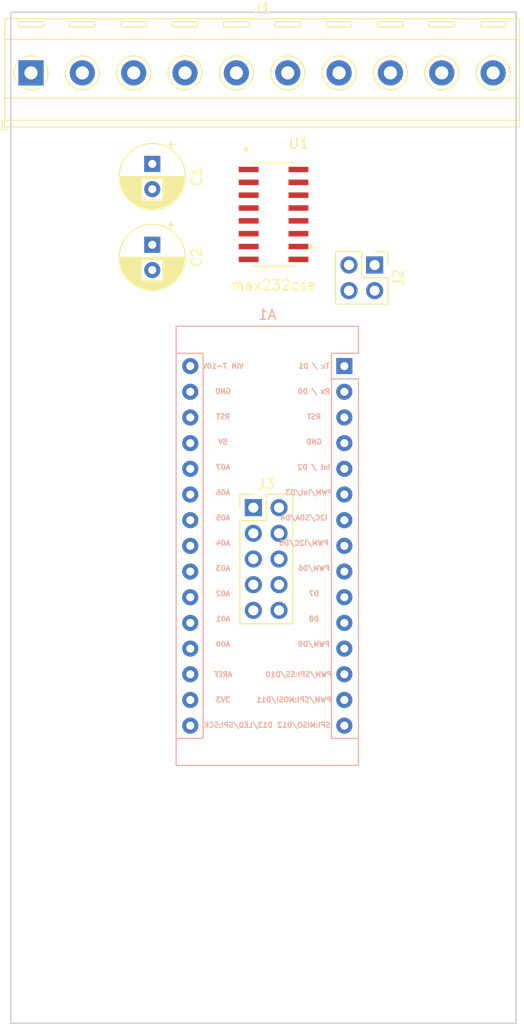
<source format=kicad_pcb>
(kicad_pcb (version 20171130) (host pcbnew "(5.0.2)-1")

  (general
    (thickness 1.6)
    (drawings 4)
    (tracks 0)
    (zones 0)
    (modules 7)
    (nets 62)
  )

  (page A4)
  (layers
    (0 F.Cu signal)
    (31 B.Cu signal)
    (32 B.Adhes user hide)
    (33 F.Adhes user hide)
    (34 B.Paste user hide)
    (35 F.Paste user hide)
    (36 B.SilkS user)
    (37 F.SilkS user)
    (38 B.Mask user hide)
    (39 F.Mask user hide)
    (40 Dwgs.User user)
    (41 Cmts.User user)
    (42 Eco1.User user)
    (43 Eco2.User user)
    (44 Edge.Cuts user)
    (45 Margin user)
    (46 B.CrtYd user)
    (47 F.CrtYd user)
    (48 B.Fab user)
    (49 F.Fab user)
  )

  (setup
    (last_trace_width 0.55)
    (trace_clearance 0.2)
    (zone_clearance 0.508)
    (zone_45_only no)
    (trace_min 0.2)
    (segment_width 0.2)
    (edge_width 0.15)
    (via_size 2)
    (via_drill 0.8)
    (via_min_size 0.4)
    (via_min_drill 0.3)
    (uvia_size 0.3)
    (uvia_drill 0.1)
    (uvias_allowed no)
    (uvia_min_size 0.2)
    (uvia_min_drill 0.1)
    (pcb_text_width 0.3)
    (pcb_text_size 1.5 1.5)
    (mod_edge_width 0.15)
    (mod_text_size 1 1)
    (mod_text_width 0.15)
    (pad_size 1.524 1.524)
    (pad_drill 0.762)
    (pad_to_mask_clearance 0.051)
    (solder_mask_min_width 0.25)
    (aux_axis_origin 0 0)
    (visible_elements 7FFFFFFF)
    (pcbplotparams
      (layerselection 0x010fc_ffffffff)
      (usegerberextensions false)
      (usegerberattributes false)
      (usegerberadvancedattributes false)
      (creategerberjobfile false)
      (excludeedgelayer true)
      (linewidth 0.100000)
      (plotframeref false)
      (viasonmask false)
      (mode 1)
      (useauxorigin false)
      (hpglpennumber 1)
      (hpglpenspeed 20)
      (hpglpendiameter 15.000000)
      (psnegative false)
      (psa4output false)
      (plotreference true)
      (plotvalue true)
      (plotinvisibletext false)
      (padsonsilk false)
      (subtractmaskfromsilk false)
      (outputformat 1)
      (mirror false)
      (drillshape 1)
      (scaleselection 1)
      (outputdirectory ""))
  )

  (net 0 "")
  (net 1 "Net-(A1-Pad1)")
  (net 2 "Net-(A1-Pad17)")
  (net 3 "Net-(A1-Pad2)")
  (net 4 "Net-(A1-Pad18)")
  (net 5 "Net-(A1-Pad3)")
  (net 6 "Net-(A1-Pad19)")
  (net 7 "Net-(A1-Pad20)")
  (net 8 "Net-(A1-Pad5)")
  (net 9 "Net-(A1-Pad21)")
  (net 10 "Net-(A1-Pad6)")
  (net 11 "Net-(A1-Pad22)")
  (net 12 "Net-(A1-Pad7)")
  (net 13 "Net-(A1-Pad23)")
  (net 14 "Net-(A1-Pad8)")
  (net 15 "Net-(A1-Pad24)")
  (net 16 "Net-(A1-Pad9)")
  (net 17 "Net-(A1-Pad25)")
  (net 18 "Net-(A1-Pad10)")
  (net 19 "Net-(A1-Pad26)")
  (net 20 "Net-(A1-Pad11)")
  (net 21 "Net-(A1-Pad12)")
  (net 22 "Net-(A1-Pad28)")
  (net 23 "Net-(A1-Pad13)")
  (net 24 "Net-(A1-Pad14)")
  (net 25 "Net-(A1-Pad30)")
  (net 26 "Net-(A1-Pad15)")
  (net 27 "Net-(A1-Pad16)")
  (net 28 "Net-(U1-Pad10)")
  (net 29 "Net-(U1-Pad9)")
  (net 30 "Net-(U1-Pad8)")
  (net 31 "Net-(U1-Pad7)")
  (net 32 "Net-(U1-Pad6)")
  (net 33 "Net-(U1-Pad2)")
  (net 34 "Net-(J1-Pad1)")
  (net 35 "Net-(J1-Pad2)")
  (net 36 "Net-(J1-Pad3)")
  (net 37 "Net-(J1-Pad4)")
  (net 38 "Net-(J1-Pad5)")
  (net 39 "Net-(J1-Pad6)")
  (net 40 "Net-(J1-Pad7)")
  (net 41 "Net-(J1-Pad8)")
  (net 42 "Net-(J1-Pad9)")
  (net 43 "Net-(J1-Pad10)")
  (net 44 "Net-(J2-Pad1)")
  (net 45 "Net-(J2-Pad3)")
  (net 46 "Net-(J3-Pad1)")
  (net 47 "Net-(J3-Pad2)")
  (net 48 "Net-(J3-Pad3)")
  (net 49 "Net-(J3-Pad4)")
  (net 50 "Net-(J3-Pad5)")
  (net 51 "Net-(J3-Pad6)")
  (net 52 "Net-(J3-Pad7)")
  (net 53 "Net-(J3-Pad8)")
  (net 54 GND)
  (net 55 +5V)
  (net 56 "Net-(C1-Pad1)")
  (net 57 "Net-(C1-Pad2)")
  (net 58 "Net-(C2-Pad2)")
  (net 59 "Net-(C2-Pad1)")
  (net 60 "Net-(J3-Pad9)")
  (net 61 "Net-(J3-Pad10)")

  (net_class Default "Dies ist die voreingestellte Netzklasse."
    (clearance 0.2)
    (trace_width 0.55)
    (via_dia 2)
    (via_drill 0.8)
    (uvia_dia 0.3)
    (uvia_drill 0.1)
    (add_net +5V)
    (add_net GND)
    (add_net "Net-(A1-Pad1)")
    (add_net "Net-(A1-Pad10)")
    (add_net "Net-(A1-Pad11)")
    (add_net "Net-(A1-Pad12)")
    (add_net "Net-(A1-Pad13)")
    (add_net "Net-(A1-Pad14)")
    (add_net "Net-(A1-Pad15)")
    (add_net "Net-(A1-Pad16)")
    (add_net "Net-(A1-Pad17)")
    (add_net "Net-(A1-Pad18)")
    (add_net "Net-(A1-Pad19)")
    (add_net "Net-(A1-Pad2)")
    (add_net "Net-(A1-Pad20)")
    (add_net "Net-(A1-Pad21)")
    (add_net "Net-(A1-Pad22)")
    (add_net "Net-(A1-Pad23)")
    (add_net "Net-(A1-Pad24)")
    (add_net "Net-(A1-Pad25)")
    (add_net "Net-(A1-Pad26)")
    (add_net "Net-(A1-Pad28)")
    (add_net "Net-(A1-Pad3)")
    (add_net "Net-(A1-Pad30)")
    (add_net "Net-(A1-Pad5)")
    (add_net "Net-(A1-Pad6)")
    (add_net "Net-(A1-Pad7)")
    (add_net "Net-(A1-Pad8)")
    (add_net "Net-(A1-Pad9)")
    (add_net "Net-(C1-Pad1)")
    (add_net "Net-(C1-Pad2)")
    (add_net "Net-(C2-Pad1)")
    (add_net "Net-(C2-Pad2)")
    (add_net "Net-(J1-Pad1)")
    (add_net "Net-(J1-Pad10)")
    (add_net "Net-(J1-Pad2)")
    (add_net "Net-(J1-Pad3)")
    (add_net "Net-(J1-Pad4)")
    (add_net "Net-(J1-Pad5)")
    (add_net "Net-(J1-Pad6)")
    (add_net "Net-(J1-Pad7)")
    (add_net "Net-(J1-Pad8)")
    (add_net "Net-(J1-Pad9)")
    (add_net "Net-(J2-Pad1)")
    (add_net "Net-(J2-Pad3)")
    (add_net "Net-(J3-Pad1)")
    (add_net "Net-(J3-Pad10)")
    (add_net "Net-(J3-Pad2)")
    (add_net "Net-(J3-Pad3)")
    (add_net "Net-(J3-Pad4)")
    (add_net "Net-(J3-Pad5)")
    (add_net "Net-(J3-Pad6)")
    (add_net "Net-(J3-Pad7)")
    (add_net "Net-(J3-Pad8)")
    (add_net "Net-(J3-Pad9)")
    (add_net "Net-(U1-Pad10)")
    (add_net "Net-(U1-Pad2)")
    (add_net "Net-(U1-Pad6)")
    (add_net "Net-(U1-Pad7)")
    (add_net "Net-(U1-Pad8)")
    (add_net "Net-(U1-Pad9)")
  )

  (module Module:Arduino_Nano (layer B.Cu) (tedit 5CF028ED) (tstamp 5CFC7C2F)
    (at 63 65 180)
    (descr "Arduino Nano, http://www.mouser.com/pdfdocs/Gravitech_Arduino_Nano3_0.pdf")
    (tags "Arduino Nano")
    (path /5CEFE3A2)
    (fp_text reference A1 (at 7.62 5.08 180) (layer B.SilkS)
      (effects (font (size 1 1) (thickness 0.15)) (justify mirror))
    )
    (fp_text value Arduino_Nano_v3.x (at 8.89 -19.05 90) (layer B.Fab)
      (effects (font (size 1 1) (thickness 0.15)) (justify mirror))
    )
    (fp_line (start 12.81 -31.75) (end 20.43 -31.75) (layer B.Fab) (width 0.1))
    (fp_line (start 12.81 -41.91) (end 12.81 -31.75) (layer B.Fab) (width 0.1))
    (fp_text user A01 (at 12 -25 180) (layer B.SilkS)
      (effects (font (size 0.5 0.5) (thickness 0.125)) (justify mirror))
    )
    (fp_text user A03 (at 12 -20 180) (layer B.SilkS)
      (effects (font (size 0.5 0.5) (thickness 0.125)) (justify mirror))
    )
    (fp_text user A00 (at 12 -27.5 180) (layer B.SilkS)
      (effects (font (size 0.5 0.5) (thickness 0.125)) (justify mirror))
    )
    (fp_text user A05 (at 12 -15 180) (layer B.SilkS)
      (effects (font (size 0.5 0.5) (thickness 0.125)) (justify mirror))
    )
    (fp_text user 3V3 (at 12 -33 180) (layer B.SilkS)
      (effects (font (size 0.5 0.5) (thickness 0.125)) (justify mirror))
    )
    (fp_text user A02 (at 12 -22.5 180) (layer B.SilkS)
      (effects (font (size 0.5 0.5) (thickness 0.125)) (justify mirror))
    )
    (fp_text user D13/LED/SPI:SCK (at 10.5 -35.5 180) (layer B.SilkS)
      (effects (font (size 0.5 0.5) (thickness 0.125)) (justify mirror))
    )
    (fp_text user A04 (at 12 -17.5 180) (layer B.SilkS)
      (effects (font (size 0.5 0.5) (thickness 0.125)) (justify mirror))
    )
    (fp_text user AREF (at 12 -30.5 180) (layer B.SilkS)
      (effects (font (size 0.5 0.5) (thickness 0.125)) (justify mirror))
    )
    (fp_text user RST (at 12 -5 180) (layer B.SilkS)
      (effects (font (size 0.5 0.5) (thickness 0.125)) (justify mirror))
    )
    (fp_text user GND (at 12 -2.5 180) (layer B.SilkS)
      (effects (font (size 0.5 0.5) (thickness 0.125)) (justify mirror))
    )
    (fp_text user A07 (at 12 -10 180) (layer B.SilkS)
      (effects (font (size 0.5 0.5) (thickness 0.125)) (justify mirror))
    )
    (fp_text user %R (at 15.35 -19.05 90) (layer B.Fab)
      (effects (font (size 1 1) (thickness 0.15)) (justify mirror))
    )
    (fp_text user A06 (at 12 -12.5 180) (layer B.SilkS)
      (effects (font (size 0.5 0.5) (thickness 0.125)) (justify mirror))
    )
    (fp_text user 5V (at 12 -7.5 180) (layer B.SilkS)
      (effects (font (size 0.5 0.5) (thickness 0.125)) (justify mirror))
    )
    (fp_text user "VIN 7-10V" (at 12 0 180) (layer B.SilkS)
      (effects (font (size 0.5 0.5) (thickness 0.125)) (justify mirror))
    )
    (fp_text user PWM/SPI:MOSI/D11 (at 5 -33 180) (layer B.SilkS)
      (effects (font (size 0.5 0.5) (thickness 0.125)) (justify mirror))
    )
    (fp_text user SPI:MISO/D12 (at 4 -35.5 180) (layer B.SilkS)
      (effects (font (size 0.5 0.5) (thickness 0.125)) (justify mirror))
    )
    (fp_text user PWM/SPI:SS/D10 (at 4.5 -30.5 180) (layer B.SilkS)
      (effects (font (size 0.5 0.5) (thickness 0.125)) (justify mirror))
    )
    (fp_text user PWM/D6 (at 3 -20 180) (layer B.SilkS)
      (effects (font (size 0.5 0.5) (thickness 0.125)) (justify mirror))
    )
    (fp_text user PWM/I2C/D5 (at 4 -17.5 180) (layer B.SilkS)
      (effects (font (size 0.5 0.5) (thickness 0.125)) (justify mirror))
    )
    (fp_text user D8 (at 3 -25 180) (layer B.SilkS)
      (effects (font (size 0.5 0.5) (thickness 0.125)) (justify mirror))
    )
    (fp_text user PWM/D9 (at 3 -27.5 180) (layer B.SilkS)
      (effects (font (size 0.5 0.5) (thickness 0.125)) (justify mirror))
    )
    (fp_text user D7 (at 3 -22.5 180) (layer B.SilkS)
      (effects (font (size 0.5 0.5) (thickness 0.125)) (justify mirror))
    )
    (fp_text user I2C/SDA/D4 (at 4 -15 180) (layer B.SilkS)
      (effects (font (size 0.5 0.5) (thickness 0.125)) (justify mirror))
    )
    (fp_text user PWM/Int/D3 (at 3.5 -12.5 180) (layer B.SilkS)
      (effects (font (size 0.5 0.5) (thickness 0.125)) (justify mirror))
    )
    (fp_text user "Int / D2" (at 3 -10 180) (layer B.SilkS)
      (effects (font (size 0.5 0.5) (thickness 0.125)) (justify mirror))
    )
    (fp_text user GND (at 3 -7.5 180) (layer B.SilkS)
      (effects (font (size 0.5 0.5) (thickness 0.125)) (justify mirror))
    )
    (fp_text user RST (at 3 -5 180) (layer B.SilkS)
      (effects (font (size 0.5 0.5) (thickness 0.125)) (justify mirror))
    )
    (fp_text user "Rx / D0" (at 3 -2.5 180) (layer B.SilkS)
      (effects (font (size 0.5 0.5) (thickness 0.125)) (justify mirror))
    )
    (fp_text user "Tx / D1" (at 3 0 180) (layer B.SilkS)
      (effects (font (size 0.5 0.5) (thickness 0.125)) (justify mirror))
    )
    (fp_line (start 16.75 -42.16) (end -1.53 -42.16) (layer B.CrtYd) (width 0.05))
    (fp_line (start 16.75 -42.16) (end 16.75 4.06) (layer B.CrtYd) (width 0.05))
    (fp_line (start -1.53 4.06) (end -1.53 -42.16) (layer B.CrtYd) (width 0.05))
    (fp_line (start -1.53 4.06) (end 16.75 4.06) (layer B.CrtYd) (width 0.05))
    (fp_line (start 16.51 3.81) (end 16.51 -39.37) (layer B.Fab) (width 0.1))
    (fp_line (start 0 3.81) (end 16.51 3.81) (layer B.Fab) (width 0.1))
    (fp_line (start -1.27 2.54) (end 0 3.81) (layer B.Fab) (width 0.1))
    (fp_line (start -1.27 -39.37) (end -1.27 2.54) (layer B.Fab) (width 0.1))
    (fp_line (start 16.51 -39.37) (end -1.27 -39.37) (layer B.Fab) (width 0.1))
    (fp_line (start 16.64 3.94) (end -1.4 3.94) (layer B.SilkS) (width 0.12))
    (fp_line (start 16.64 -39.5) (end 16.64 3.94) (layer B.SilkS) (width 0.12))
    (fp_line (start -1.4 -39.5) (end 16.64 -39.5) (layer B.SilkS) (width 0.12))
    (fp_line (start 3.81 -41.91) (end 3.81 -31.75) (layer B.Fab) (width 0.1))
    (fp_line (start 11.43 -41.91) (end 3.81 -41.91) (layer B.Fab) (width 0.1))
    (fp_line (start 11.43 -31.75) (end 11.43 -41.91) (layer B.Fab) (width 0.1))
    (fp_line (start 3.81 -31.75) (end 11.43 -31.75) (layer B.Fab) (width 0.1))
    (fp_line (start 1.27 -36.83) (end -1.4 -36.83) (layer B.SilkS) (width 0.12))
    (fp_line (start 1.27 -1.27) (end 1.27 -36.83) (layer B.SilkS) (width 0.12))
    (fp_line (start 1.27 -1.27) (end -1.4 -1.27) (layer B.SilkS) (width 0.12))
    (fp_line (start 13.97 -36.83) (end 16.64 -36.83) (layer B.SilkS) (width 0.12))
    (fp_line (start 13.97 1.27) (end 13.97 -36.83) (layer B.SilkS) (width 0.12))
    (fp_line (start 13.97 1.27) (end 16.64 1.27) (layer B.SilkS) (width 0.12))
    (fp_line (start -1.4 3.94) (end -1.4 1.27) (layer B.SilkS) (width 0.12))
    (fp_line (start -1.4 -1.27) (end -1.4 -39.5) (layer B.SilkS) (width 0.12))
    (fp_line (start 1.27 1.27) (end -1.4 1.27) (layer B.SilkS) (width 0.12))
    (fp_line (start 1.27 -1.27) (end 1.27 1.27) (layer B.SilkS) (width 0.12))
    (fp_text user %R (at 6.35 -19.05 90) (layer B.Fab)
      (effects (font (size 1 1) (thickness 0.15)) (justify mirror))
    )
    (pad 16 thru_hole oval (at 15.24 -35.56 180) (size 1.6 1.6) (drill 0.8) (layers *.Cu *.Mask)
      (net 27 "Net-(A1-Pad16)"))
    (pad 15 thru_hole oval (at 0 -35.56 180) (size 1.6 1.6) (drill 0.8) (layers *.Cu *.Mask)
      (net 26 "Net-(A1-Pad15)"))
    (pad 30 thru_hole oval (at 15.24 0 180) (size 1.6 1.6) (drill 0.8) (layers *.Cu *.Mask)
      (net 25 "Net-(A1-Pad30)"))
    (pad 14 thru_hole oval (at 0 -33.02 180) (size 1.6 1.6) (drill 0.8) (layers *.Cu *.Mask)
      (net 24 "Net-(A1-Pad14)"))
    (pad 29 thru_hole oval (at 15.24 -2.54 180) (size 1.6 1.6) (drill 0.8) (layers *.Cu *.Mask)
      (net 54 GND))
    (pad 13 thru_hole oval (at 0 -30.48 180) (size 1.6 1.6) (drill 0.8) (layers *.Cu *.Mask)
      (net 23 "Net-(A1-Pad13)"))
    (pad 28 thru_hole oval (at 15.24 -5.08 180) (size 1.6 1.6) (drill 0.8) (layers *.Cu *.Mask)
      (net 22 "Net-(A1-Pad28)"))
    (pad 12 thru_hole oval (at 0 -27.94 180) (size 1.6 1.6) (drill 0.8) (layers *.Cu *.Mask)
      (net 21 "Net-(A1-Pad12)"))
    (pad 27 thru_hole oval (at 15.24 -7.62 180) (size 1.6 1.6) (drill 0.8) (layers *.Cu *.Mask)
      (net 55 +5V))
    (pad 11 thru_hole oval (at 0 -25.4 180) (size 1.6 1.6) (drill 0.8) (layers *.Cu *.Mask)
      (net 20 "Net-(A1-Pad11)"))
    (pad 26 thru_hole oval (at 15.24 -10.16 180) (size 1.6 1.6) (drill 0.8) (layers *.Cu *.Mask)
      (net 19 "Net-(A1-Pad26)"))
    (pad 10 thru_hole oval (at 0 -22.86 180) (size 1.6 1.6) (drill 0.8) (layers *.Cu *.Mask)
      (net 18 "Net-(A1-Pad10)"))
    (pad 25 thru_hole oval (at 15.24 -12.7 180) (size 1.6 1.6) (drill 0.8) (layers *.Cu *.Mask)
      (net 17 "Net-(A1-Pad25)"))
    (pad 9 thru_hole oval (at 0 -20.32 180) (size 1.6 1.6) (drill 0.8) (layers *.Cu *.Mask)
      (net 16 "Net-(A1-Pad9)"))
    (pad 24 thru_hole oval (at 15.24 -15.24 180) (size 1.6 1.6) (drill 0.8) (layers *.Cu *.Mask)
      (net 15 "Net-(A1-Pad24)"))
    (pad 8 thru_hole oval (at 0 -17.78 180) (size 1.6 1.6) (drill 0.8) (layers *.Cu *.Mask)
      (net 14 "Net-(A1-Pad8)"))
    (pad 23 thru_hole oval (at 15.24 -17.78 180) (size 1.6 1.6) (drill 0.8) (layers *.Cu *.Mask)
      (net 13 "Net-(A1-Pad23)"))
    (pad 7 thru_hole oval (at 0 -15.24 180) (size 1.6 1.6) (drill 0.8) (layers *.Cu *.Mask)
      (net 12 "Net-(A1-Pad7)"))
    (pad 22 thru_hole oval (at 15.24 -20.32 180) (size 1.6 1.6) (drill 0.8) (layers *.Cu *.Mask)
      (net 11 "Net-(A1-Pad22)"))
    (pad 6 thru_hole oval (at 0 -12.7 180) (size 1.6 1.6) (drill 0.8) (layers *.Cu *.Mask)
      (net 10 "Net-(A1-Pad6)"))
    (pad 21 thru_hole oval (at 15.24 -22.86 180) (size 1.6 1.6) (drill 0.8) (layers *.Cu *.Mask)
      (net 9 "Net-(A1-Pad21)"))
    (pad 5 thru_hole oval (at 0 -10.16 180) (size 1.6 1.6) (drill 0.8) (layers *.Cu *.Mask)
      (net 8 "Net-(A1-Pad5)"))
    (pad 20 thru_hole oval (at 15.24 -25.4 180) (size 1.6 1.6) (drill 0.8) (layers *.Cu *.Mask)
      (net 7 "Net-(A1-Pad20)"))
    (pad 4 thru_hole oval (at 0 -7.62 180) (size 1.6 1.6) (drill 0.8) (layers *.Cu *.Mask)
      (net 54 GND))
    (pad 19 thru_hole oval (at 15.24 -27.94 180) (size 1.6 1.6) (drill 0.8) (layers *.Cu *.Mask)
      (net 6 "Net-(A1-Pad19)"))
    (pad 3 thru_hole oval (at 0 -5.08 180) (size 1.6 1.6) (drill 0.8) (layers *.Cu *.Mask)
      (net 5 "Net-(A1-Pad3)"))
    (pad 18 thru_hole oval (at 15.24 -30.48 180) (size 1.6 1.6) (drill 0.8) (layers *.Cu *.Mask)
      (net 4 "Net-(A1-Pad18)"))
    (pad 2 thru_hole oval (at 0 -2.54 180) (size 1.6 1.6) (drill 0.8) (layers *.Cu *.Mask)
      (net 3 "Net-(A1-Pad2)"))
    (pad 17 thru_hole oval (at 15.24 -33.02 180) (size 1.6 1.6) (drill 0.8) (layers *.Cu *.Mask)
      (net 2 "Net-(A1-Pad17)"))
    (pad 1 thru_hole rect (at 0 0 180) (size 1.6 1.6) (drill 0.8) (layers *.Cu *.Mask)
      (net 1 "Net-(A1-Pad1)"))
    (model ${KISYS3DMOD}/Module.3dshapes/Arduino_Nano_WithMountingHoles.wrl
      (at (xyz 0 0 0))
      (scale (xyz 1 1 1))
      (rotate (xyz 0 0 0))
    )
  )

  (module Peer:max232cse (layer F.Cu) (tedit 5CF01583) (tstamp 5D08BD9F)
    (at 56 50)
    (path /5CF0149D)
    (fp_text reference U1 (at 2.5 -7) (layer F.SilkS)
      (effects (font (size 1 1) (thickness 0.15)))
    )
    (fp_text value max232cse (at 0 7) (layer F.SilkS)
      (effects (font (size 1 1) (thickness 0.15)))
    )
    (fp_arc (start 0 -5.0038) (end 0.3048 -5.0038) (angle 180) (layer F.Fab) (width 0.1524))
    (fp_line (start -2.2479 4.9703) (end -3.702799 4.9703) (layer F.CrtYd) (width 0.1524))
    (fp_line (start -2.2479 5.2578) (end -2.2479 4.9703) (layer F.CrtYd) (width 0.1524))
    (fp_line (start 2.2479 5.2578) (end -2.2479 5.2578) (layer F.CrtYd) (width 0.1524))
    (fp_line (start 2.2479 4.9703) (end 2.2479 5.2578) (layer F.CrtYd) (width 0.1524))
    (fp_line (start 3.702799 4.9703) (end 2.2479 4.9703) (layer F.CrtYd) (width 0.1524))
    (fp_line (start 3.702799 -4.9703) (end 3.702799 4.9703) (layer F.CrtYd) (width 0.1524))
    (fp_line (start 2.2479 -4.9703) (end 3.702799 -4.9703) (layer F.CrtYd) (width 0.1524))
    (fp_line (start 2.2479 -5.2578) (end 2.2479 -4.9703) (layer F.CrtYd) (width 0.1524))
    (fp_line (start -2.2479 -5.2578) (end 2.2479 -5.2578) (layer F.CrtYd) (width 0.1524))
    (fp_line (start -2.2479 -4.9703) (end -2.2479 -5.2578) (layer F.CrtYd) (width 0.1524))
    (fp_line (start -3.702799 -4.9703) (end -2.2479 -4.9703) (layer F.CrtYd) (width 0.1524))
    (fp_line (start -3.702799 4.9703) (end -3.702799 -4.9703) (layer F.CrtYd) (width 0.1524))
    (fp_line (start 3.702799 2.9845) (end 3.956799 2.9845) (layer F.SilkS) (width 0.1524))
    (fp_line (start 3.702799 3.3655) (end 3.702799 2.9845) (layer F.SilkS) (width 0.1524))
    (fp_line (start 3.956799 3.3655) (end 3.702799 3.3655) (layer F.SilkS) (width 0.1524))
    (fp_line (start 3.956799 2.9845) (end 3.956799 3.3655) (layer F.SilkS) (width 0.1524))
    (fp_line (start -1.9939 -5.0038) (end -1.9939 5.0038) (layer F.Fab) (width 0.1524))
    (fp_line (start 1.9939 -5.0038) (end -1.9939 -5.0038) (layer F.Fab) (width 0.1524))
    (fp_line (start 1.9939 5.0038) (end 1.9939 -5.0038) (layer F.Fab) (width 0.1524))
    (fp_line (start -1.9939 5.0038) (end 1.9939 5.0038) (layer F.Fab) (width 0.1524))
    (fp_line (start 2.1209 -5.1308) (end -2.1209 -5.1308) (layer F.SilkS) (width 0.1524))
    (fp_line (start -2.1209 5.1308) (end 2.1209 5.1308) (layer F.SilkS) (width 0.1524))
    (fp_line (start 3.0988 -4.6863) (end 1.9939 -4.6863) (layer F.Fab) (width 0.1524))
    (fp_line (start 3.0988 -4.2037) (end 3.0988 -4.6863) (layer F.Fab) (width 0.1524))
    (fp_line (start 1.9939 -4.2037) (end 3.0988 -4.2037) (layer F.Fab) (width 0.1524))
    (fp_line (start 1.9939 -4.6863) (end 1.9939 -4.2037) (layer F.Fab) (width 0.1524))
    (fp_line (start 3.0988 -3.4163) (end 1.9939 -3.4163) (layer F.Fab) (width 0.1524))
    (fp_line (start 3.0988 -2.9337) (end 3.0988 -3.4163) (layer F.Fab) (width 0.1524))
    (fp_line (start 1.9939 -2.9337) (end 3.0988 -2.9337) (layer F.Fab) (width 0.1524))
    (fp_line (start 1.9939 -3.4163) (end 1.9939 -2.9337) (layer F.Fab) (width 0.1524))
    (fp_line (start 3.0988 -2.1463) (end 1.9939 -2.1463) (layer F.Fab) (width 0.1524))
    (fp_line (start 3.0988 -1.6637) (end 3.0988 -2.1463) (layer F.Fab) (width 0.1524))
    (fp_line (start 1.9939 -1.6637) (end 3.0988 -1.6637) (layer F.Fab) (width 0.1524))
    (fp_line (start 1.9939 -2.1463) (end 1.9939 -1.6637) (layer F.Fab) (width 0.1524))
    (fp_line (start 3.0988 -0.8763) (end 1.9939 -0.8763) (layer F.Fab) (width 0.1524))
    (fp_line (start 3.0988 -0.3937) (end 3.0988 -0.8763) (layer F.Fab) (width 0.1524))
    (fp_line (start 1.9939 -0.3937) (end 3.0988 -0.3937) (layer F.Fab) (width 0.1524))
    (fp_line (start 1.9939 -0.8763) (end 1.9939 -0.3937) (layer F.Fab) (width 0.1524))
    (fp_line (start 3.0988 0.3937) (end 1.9939 0.3937) (layer F.Fab) (width 0.1524))
    (fp_line (start 3.0988 0.8763) (end 3.0988 0.3937) (layer F.Fab) (width 0.1524))
    (fp_line (start 1.9939 0.8763) (end 3.0988 0.8763) (layer F.Fab) (width 0.1524))
    (fp_line (start 1.9939 0.3937) (end 1.9939 0.8763) (layer F.Fab) (width 0.1524))
    (fp_line (start 3.0988 1.6637) (end 1.9939 1.6637) (layer F.Fab) (width 0.1524))
    (fp_line (start 3.0988 2.1463) (end 3.0988 1.6637) (layer F.Fab) (width 0.1524))
    (fp_line (start 1.9939 2.1463) (end 3.0988 2.1463) (layer F.Fab) (width 0.1524))
    (fp_line (start 1.9939 1.6637) (end 1.9939 2.1463) (layer F.Fab) (width 0.1524))
    (fp_line (start 3.0988 2.9337) (end 1.9939 2.9337) (layer F.Fab) (width 0.1524))
    (fp_line (start 3.0988 3.4163) (end 3.0988 2.9337) (layer F.Fab) (width 0.1524))
    (fp_line (start 1.9939 3.4163) (end 3.0988 3.4163) (layer F.Fab) (width 0.1524))
    (fp_line (start 1.9939 2.9337) (end 1.9939 3.4163) (layer F.Fab) (width 0.1524))
    (fp_line (start 3.0988 4.2037) (end 1.9939 4.2037) (layer F.Fab) (width 0.1524))
    (fp_line (start 3.0988 4.6863) (end 3.0988 4.2037) (layer F.Fab) (width 0.1524))
    (fp_line (start 1.9939 4.6863) (end 3.0988 4.6863) (layer F.Fab) (width 0.1524))
    (fp_line (start 1.9939 4.2037) (end 1.9939 4.6863) (layer F.Fab) (width 0.1524))
    (fp_line (start -3.0988 4.6863) (end -1.9939 4.6863) (layer F.Fab) (width 0.1524))
    (fp_line (start -3.0988 4.2037) (end -3.0988 4.6863) (layer F.Fab) (width 0.1524))
    (fp_line (start -1.9939 4.2037) (end -3.0988 4.2037) (layer F.Fab) (width 0.1524))
    (fp_line (start -1.9939 4.6863) (end -1.9939 4.2037) (layer F.Fab) (width 0.1524))
    (fp_line (start -3.0988 3.4163) (end -1.9939 3.4163) (layer F.Fab) (width 0.1524))
    (fp_line (start -3.0988 2.9337) (end -3.0988 3.4163) (layer F.Fab) (width 0.1524))
    (fp_line (start -1.9939 2.9337) (end -3.0988 2.9337) (layer F.Fab) (width 0.1524))
    (fp_line (start -1.9939 3.4163) (end -1.9939 2.9337) (layer F.Fab) (width 0.1524))
    (fp_line (start -3.0988 2.1463) (end -1.9939 2.1463) (layer F.Fab) (width 0.1524))
    (fp_line (start -3.0988 1.6637) (end -3.0988 2.1463) (layer F.Fab) (width 0.1524))
    (fp_line (start -1.9939 1.6637) (end -3.0988 1.6637) (layer F.Fab) (width 0.1524))
    (fp_line (start -1.9939 2.1463) (end -1.9939 1.6637) (layer F.Fab) (width 0.1524))
    (fp_line (start -3.0988 0.8763) (end -1.9939 0.8763) (layer F.Fab) (width 0.1524))
    (fp_line (start -3.0988 0.3937) (end -3.0988 0.8763) (layer F.Fab) (width 0.1524))
    (fp_line (start -1.9939 0.3937) (end -3.0988 0.3937) (layer F.Fab) (width 0.1524))
    (fp_line (start -1.9939 0.8763) (end -1.9939 0.3937) (layer F.Fab) (width 0.1524))
    (fp_line (start -3.0988 -0.3937) (end -1.9939 -0.3937) (layer F.Fab) (width 0.1524))
    (fp_line (start -3.0988 -0.8763) (end -3.0988 -0.3937) (layer F.Fab) (width 0.1524))
    (fp_line (start -1.9939 -0.8763) (end -3.0988 -0.8763) (layer F.Fab) (width 0.1524))
    (fp_line (start -1.9939 -0.3937) (end -1.9939 -0.8763) (layer F.Fab) (width 0.1524))
    (fp_line (start -3.0988 -1.6637) (end -1.9939 -1.6637) (layer F.Fab) (width 0.1524))
    (fp_line (start -3.0988 -2.1463) (end -3.0988 -1.6637) (layer F.Fab) (width 0.1524))
    (fp_line (start -1.9939 -2.1463) (end -3.0988 -2.1463) (layer F.Fab) (width 0.1524))
    (fp_line (start -1.9939 -1.6637) (end -1.9939 -2.1463) (layer F.Fab) (width 0.1524))
    (fp_line (start -3.0988 -2.9337) (end -1.9939 -2.9337) (layer F.Fab) (width 0.1524))
    (fp_line (start -3.0988 -3.4163) (end -3.0988 -2.9337) (layer F.Fab) (width 0.1524))
    (fp_line (start -1.9939 -3.4163) (end -3.0988 -3.4163) (layer F.Fab) (width 0.1524))
    (fp_line (start -1.9939 -2.9337) (end -1.9939 -3.4163) (layer F.Fab) (width 0.1524))
    (fp_line (start -3.0988 -4.2037) (end -1.9939 -4.2037) (layer F.Fab) (width 0.1524))
    (fp_line (start -3.0988 -4.6863) (end -3.0988 -4.2037) (layer F.Fab) (width 0.1524))
    (fp_line (start -1.9939 -4.6863) (end -3.0988 -4.6863) (layer F.Fab) (width 0.1524))
    (fp_line (start -1.9939 -4.2037) (end -1.9939 -4.6863) (layer F.Fab) (width 0.1524))
    (fp_text user * (at -1.6129 -4.9276) (layer F.Fab)
      (effects (font (size 1 1) (thickness 0.15)))
    )
    (fp_text user * (at -2.7178 -6.1306) (layer F.SilkS)
      (effects (font (size 1 1) (thickness 0.15)))
    )
    (pad 16 smd rect (at 2.4638 -4.445) (size 1.969999 0.5426) (layers F.Cu F.Paste F.Mask)
      (net 55 +5V))
    (pad 15 smd rect (at 2.4638 -3.175) (size 1.969999 0.5426) (layers F.Cu F.Paste F.Mask)
      (net 54 GND))
    (pad 14 smd rect (at 2.4638 -1.905) (size 1.969999 0.5426) (layers F.Cu F.Paste F.Mask)
      (net 34 "Net-(J1-Pad1)"))
    (pad 13 smd rect (at 2.4638 -0.635) (size 1.969999 0.5426) (layers F.Cu F.Paste F.Mask)
      (net 35 "Net-(J1-Pad2)"))
    (pad 12 smd rect (at 2.4638 0.635) (size 1.969999 0.5426) (layers F.Cu F.Paste F.Mask)
      (net 44 "Net-(J2-Pad1)"))
    (pad 11 smd rect (at 2.4638 1.905) (size 1.969999 0.5426) (layers F.Cu F.Paste F.Mask)
      (net 45 "Net-(J2-Pad3)"))
    (pad 10 smd rect (at 2.4638 3.175) (size 1.969999 0.5426) (layers F.Cu F.Paste F.Mask)
      (net 28 "Net-(U1-Pad10)"))
    (pad 9 smd rect (at 2.4638 4.445) (size 1.969999 0.5426) (layers F.Cu F.Paste F.Mask)
      (net 29 "Net-(U1-Pad9)"))
    (pad 8 smd rect (at -2.4638 4.445) (size 1.969999 0.5426) (layers F.Cu F.Paste F.Mask)
      (net 30 "Net-(U1-Pad8)"))
    (pad 7 smd rect (at -2.4638 3.175) (size 1.969999 0.5426) (layers F.Cu F.Paste F.Mask)
      (net 31 "Net-(U1-Pad7)"))
    (pad 6 smd rect (at -2.4638 1.905) (size 1.969999 0.5426) (layers F.Cu F.Paste F.Mask)
      (net 32 "Net-(U1-Pad6)"))
    (pad 5 smd rect (at -2.4638 0.635) (size 1.969999 0.5426) (layers F.Cu F.Paste F.Mask)
      (net 58 "Net-(C2-Pad2)"))
    (pad 4 smd rect (at -2.4638 -0.635) (size 1.969999 0.5426) (layers F.Cu F.Paste F.Mask)
      (net 59 "Net-(C2-Pad1)"))
    (pad 3 smd rect (at -2.4638 -1.905) (size 1.969999 0.5426) (layers F.Cu F.Paste F.Mask)
      (net 57 "Net-(C1-Pad2)"))
    (pad 2 smd rect (at -2.4638 -3.175) (size 1.969999 0.5426) (layers F.Cu F.Paste F.Mask)
      (net 33 "Net-(U1-Pad2)"))
    (pad 1 smd rect (at -2.4638 -4.445) (size 1.969999 0.5426) (layers F.Cu F.Paste F.Mask)
      (net 56 "Net-(C1-Pad1)"))
  )

  (module TerminalBlock_RND:TerminalBlock_RND_205-00295_1x10_P5.08mm_Horizontal (layer F.Cu) (tedit 5B294ED9) (tstamp 5D08D38E)
    (at 32 36)
    (descr "terminal block RND 205-00295, 10 pins, pitch 5.08mm, size 50.8x10.6mm^2, drill diamater 1.3mm, pad diameter 2.5mm, see http://cdn-reichelt.de/documents/datenblatt/C151/RND_205-00287_DB_EN.pdf, script-generated using https://github.com/pointhi/kicad-footprint-generator/scripts/TerminalBlock_RND")
    (tags "THT terminal block RND 205-00295 pitch 5.08mm size 50.8x10.6mm^2 drill 1.3mm pad 2.5mm")
    (path /5CF0220D)
    (fp_text reference J1 (at 22.86 -6.36) (layer F.SilkS)
      (effects (font (size 1 1) (thickness 0.15)))
    )
    (fp_text value Conn_01x10 (at 22.86 6.36) (layer F.Fab)
      (effects (font (size 1 1) (thickness 0.15)))
    )
    (fp_arc (start 0 0) (end 0 1.68) (angle -28) (layer F.SilkS) (width 0.12))
    (fp_arc (start 0 0) (end 1.484 0.789) (angle -56) (layer F.SilkS) (width 0.12))
    (fp_arc (start 0 0) (end 0.789 -1.484) (angle -56) (layer F.SilkS) (width 0.12))
    (fp_arc (start 0 0) (end -1.484 -0.789) (angle -56) (layer F.SilkS) (width 0.12))
    (fp_arc (start 0 0) (end -0.789 1.484) (angle -29) (layer F.SilkS) (width 0.12))
    (fp_circle (center 0 0) (end 1.5 0) (layer F.Fab) (width 0.1))
    (fp_circle (center 5.08 0) (end 6.58 0) (layer F.Fab) (width 0.1))
    (fp_circle (center 5.08 0) (end 6.76 0) (layer F.SilkS) (width 0.12))
    (fp_circle (center 10.16 0) (end 11.66 0) (layer F.Fab) (width 0.1))
    (fp_circle (center 10.16 0) (end 11.84 0) (layer F.SilkS) (width 0.12))
    (fp_circle (center 15.24 0) (end 16.74 0) (layer F.Fab) (width 0.1))
    (fp_circle (center 15.24 0) (end 16.92 0) (layer F.SilkS) (width 0.12))
    (fp_circle (center 20.32 0) (end 21.82 0) (layer F.Fab) (width 0.1))
    (fp_circle (center 20.32 0) (end 22 0) (layer F.SilkS) (width 0.12))
    (fp_circle (center 25.4 0) (end 26.9 0) (layer F.Fab) (width 0.1))
    (fp_circle (center 25.4 0) (end 27.08 0) (layer F.SilkS) (width 0.12))
    (fp_circle (center 30.48 0) (end 31.98 0) (layer F.Fab) (width 0.1))
    (fp_circle (center 30.48 0) (end 32.16 0) (layer F.SilkS) (width 0.12))
    (fp_circle (center 35.56 0) (end 37.06 0) (layer F.Fab) (width 0.1))
    (fp_circle (center 35.56 0) (end 37.24 0) (layer F.SilkS) (width 0.12))
    (fp_circle (center 40.64 0) (end 42.14 0) (layer F.Fab) (width 0.1))
    (fp_circle (center 40.64 0) (end 42.32 0) (layer F.SilkS) (width 0.12))
    (fp_circle (center 45.72 0) (end 47.22 0) (layer F.Fab) (width 0.1))
    (fp_circle (center 45.72 0) (end 47.4 0) (layer F.SilkS) (width 0.12))
    (fp_line (start -2.54 -5.3) (end 48.26 -5.3) (layer F.Fab) (width 0.1))
    (fp_line (start 48.26 -5.3) (end 48.26 5.3) (layer F.Fab) (width 0.1))
    (fp_line (start 48.26 5.3) (end -1.94 5.3) (layer F.Fab) (width 0.1))
    (fp_line (start -1.94 5.3) (end -2.54 4.7) (layer F.Fab) (width 0.1))
    (fp_line (start -2.54 4.7) (end -2.54 -5.3) (layer F.Fab) (width 0.1))
    (fp_line (start -2.54 4.7) (end 48.26 4.7) (layer F.Fab) (width 0.1))
    (fp_line (start -2.6 4.7) (end 48.32 4.7) (layer F.SilkS) (width 0.12))
    (fp_line (start -2.54 2.5) (end 48.26 2.5) (layer F.Fab) (width 0.1))
    (fp_line (start -2.6 2.5) (end 48.32 2.5) (layer F.SilkS) (width 0.12))
    (fp_line (start -2.54 -3.3) (end 48.26 -3.3) (layer F.Fab) (width 0.1))
    (fp_line (start -2.6 -3.3) (end 48.32 -3.3) (layer F.SilkS) (width 0.12))
    (fp_line (start -2.6 -5.36) (end 48.32 -5.36) (layer F.SilkS) (width 0.12))
    (fp_line (start -2.6 5.36) (end 48.32 5.36) (layer F.SilkS) (width 0.12))
    (fp_line (start -2.6 -5.36) (end -2.6 5.36) (layer F.SilkS) (width 0.12))
    (fp_line (start 48.32 -5.36) (end 48.32 5.36) (layer F.SilkS) (width 0.12))
    (fp_line (start 1.138 -0.955) (end -0.955 1.138) (layer F.Fab) (width 0.1))
    (fp_line (start 0.955 -1.138) (end -1.138 0.955) (layer F.Fab) (width 0.1))
    (fp_line (start -1.25 -5.05) (end -1.25 -4.55) (layer F.Fab) (width 0.1))
    (fp_line (start -1.25 -4.55) (end 1.25 -4.55) (layer F.Fab) (width 0.1))
    (fp_line (start 1.25 -4.55) (end 1.25 -5.05) (layer F.Fab) (width 0.1))
    (fp_line (start 1.25 -5.05) (end -1.25 -5.05) (layer F.Fab) (width 0.1))
    (fp_line (start -1.25 -5.05) (end 1.25 -5.05) (layer F.SilkS) (width 0.12))
    (fp_line (start -1.25 -4.55) (end 1.25 -4.55) (layer F.SilkS) (width 0.12))
    (fp_line (start -1.25 -5.05) (end -1.25 -4.55) (layer F.SilkS) (width 0.12))
    (fp_line (start 1.25 -5.05) (end 1.25 -4.55) (layer F.SilkS) (width 0.12))
    (fp_line (start 6.218 -0.955) (end 4.126 1.138) (layer F.Fab) (width 0.1))
    (fp_line (start 6.035 -1.138) (end 3.943 0.955) (layer F.Fab) (width 0.1))
    (fp_line (start 6.355 -1.069) (end 6.261 -0.976) (layer F.SilkS) (width 0.12))
    (fp_line (start 4.07 1.216) (end 4.011 1.274) (layer F.SilkS) (width 0.12))
    (fp_line (start 6.15 -1.275) (end 6.091 -1.216) (layer F.SilkS) (width 0.12))
    (fp_line (start 3.9 0.976) (end 3.806 1.069) (layer F.SilkS) (width 0.12))
    (fp_line (start 3.83 -5.05) (end 3.83 -4.55) (layer F.Fab) (width 0.1))
    (fp_line (start 3.83 -4.55) (end 6.33 -4.55) (layer F.Fab) (width 0.1))
    (fp_line (start 6.33 -4.55) (end 6.33 -5.05) (layer F.Fab) (width 0.1))
    (fp_line (start 6.33 -5.05) (end 3.83 -5.05) (layer F.Fab) (width 0.1))
    (fp_line (start 3.83 -5.05) (end 6.33 -5.05) (layer F.SilkS) (width 0.12))
    (fp_line (start 3.83 -4.55) (end 6.33 -4.55) (layer F.SilkS) (width 0.12))
    (fp_line (start 3.83 -5.05) (end 3.83 -4.55) (layer F.SilkS) (width 0.12))
    (fp_line (start 6.33 -5.05) (end 6.33 -4.55) (layer F.SilkS) (width 0.12))
    (fp_line (start 11.298 -0.955) (end 9.206 1.138) (layer F.Fab) (width 0.1))
    (fp_line (start 11.115 -1.138) (end 9.023 0.955) (layer F.Fab) (width 0.1))
    (fp_line (start 11.435 -1.069) (end 11.341 -0.976) (layer F.SilkS) (width 0.12))
    (fp_line (start 9.15 1.216) (end 9.091 1.274) (layer F.SilkS) (width 0.12))
    (fp_line (start 11.23 -1.275) (end 11.171 -1.216) (layer F.SilkS) (width 0.12))
    (fp_line (start 8.98 0.976) (end 8.886 1.069) (layer F.SilkS) (width 0.12))
    (fp_line (start 8.91 -5.05) (end 8.91 -4.55) (layer F.Fab) (width 0.1))
    (fp_line (start 8.91 -4.55) (end 11.41 -4.55) (layer F.Fab) (width 0.1))
    (fp_line (start 11.41 -4.55) (end 11.41 -5.05) (layer F.Fab) (width 0.1))
    (fp_line (start 11.41 -5.05) (end 8.91 -5.05) (layer F.Fab) (width 0.1))
    (fp_line (start 8.91 -5.05) (end 11.41 -5.05) (layer F.SilkS) (width 0.12))
    (fp_line (start 8.91 -4.55) (end 11.41 -4.55) (layer F.SilkS) (width 0.12))
    (fp_line (start 8.91 -5.05) (end 8.91 -4.55) (layer F.SilkS) (width 0.12))
    (fp_line (start 11.41 -5.05) (end 11.41 -4.55) (layer F.SilkS) (width 0.12))
    (fp_line (start 16.378 -0.955) (end 14.286 1.138) (layer F.Fab) (width 0.1))
    (fp_line (start 16.195 -1.138) (end 14.103 0.955) (layer F.Fab) (width 0.1))
    (fp_line (start 16.515 -1.069) (end 16.421 -0.976) (layer F.SilkS) (width 0.12))
    (fp_line (start 14.23 1.216) (end 14.171 1.274) (layer F.SilkS) (width 0.12))
    (fp_line (start 16.31 -1.275) (end 16.251 -1.216) (layer F.SilkS) (width 0.12))
    (fp_line (start 14.06 0.976) (end 13.966 1.069) (layer F.SilkS) (width 0.12))
    (fp_line (start 13.99 -5.05) (end 13.99 -4.55) (layer F.Fab) (width 0.1))
    (fp_line (start 13.99 -4.55) (end 16.49 -4.55) (layer F.Fab) (width 0.1))
    (fp_line (start 16.49 -4.55) (end 16.49 -5.05) (layer F.Fab) (width 0.1))
    (fp_line (start 16.49 -5.05) (end 13.99 -5.05) (layer F.Fab) (width 0.1))
    (fp_line (start 13.99 -5.05) (end 16.49 -5.05) (layer F.SilkS) (width 0.12))
    (fp_line (start 13.99 -4.55) (end 16.49 -4.55) (layer F.SilkS) (width 0.12))
    (fp_line (start 13.99 -5.05) (end 13.99 -4.55) (layer F.SilkS) (width 0.12))
    (fp_line (start 16.49 -5.05) (end 16.49 -4.55) (layer F.SilkS) (width 0.12))
    (fp_line (start 21.458 -0.955) (end 19.366 1.138) (layer F.Fab) (width 0.1))
    (fp_line (start 21.275 -1.138) (end 19.183 0.955) (layer F.Fab) (width 0.1))
    (fp_line (start 21.595 -1.069) (end 21.501 -0.976) (layer F.SilkS) (width 0.12))
    (fp_line (start 19.31 1.216) (end 19.251 1.274) (layer F.SilkS) (width 0.12))
    (fp_line (start 21.39 -1.275) (end 21.331 -1.216) (layer F.SilkS) (width 0.12))
    (fp_line (start 19.14 0.976) (end 19.046 1.069) (layer F.SilkS) (width 0.12))
    (fp_line (start 19.07 -5.05) (end 19.07 -4.55) (layer F.Fab) (width 0.1))
    (fp_line (start 19.07 -4.55) (end 21.57 -4.55) (layer F.Fab) (width 0.1))
    (fp_line (start 21.57 -4.55) (end 21.57 -5.05) (layer F.Fab) (width 0.1))
    (fp_line (start 21.57 -5.05) (end 19.07 -5.05) (layer F.Fab) (width 0.1))
    (fp_line (start 19.07 -5.05) (end 21.57 -5.05) (layer F.SilkS) (width 0.12))
    (fp_line (start 19.07 -4.55) (end 21.57 -4.55) (layer F.SilkS) (width 0.12))
    (fp_line (start 19.07 -5.05) (end 19.07 -4.55) (layer F.SilkS) (width 0.12))
    (fp_line (start 21.57 -5.05) (end 21.57 -4.55) (layer F.SilkS) (width 0.12))
    (fp_line (start 26.538 -0.955) (end 24.446 1.138) (layer F.Fab) (width 0.1))
    (fp_line (start 26.355 -1.138) (end 24.263 0.955) (layer F.Fab) (width 0.1))
    (fp_line (start 26.675 -1.069) (end 26.581 -0.976) (layer F.SilkS) (width 0.12))
    (fp_line (start 24.39 1.216) (end 24.331 1.274) (layer F.SilkS) (width 0.12))
    (fp_line (start 26.47 -1.275) (end 26.411 -1.216) (layer F.SilkS) (width 0.12))
    (fp_line (start 24.22 0.976) (end 24.126 1.069) (layer F.SilkS) (width 0.12))
    (fp_line (start 24.15 -5.05) (end 24.15 -4.55) (layer F.Fab) (width 0.1))
    (fp_line (start 24.15 -4.55) (end 26.65 -4.55) (layer F.Fab) (width 0.1))
    (fp_line (start 26.65 -4.55) (end 26.65 -5.05) (layer F.Fab) (width 0.1))
    (fp_line (start 26.65 -5.05) (end 24.15 -5.05) (layer F.Fab) (width 0.1))
    (fp_line (start 24.15 -5.05) (end 26.65 -5.05) (layer F.SilkS) (width 0.12))
    (fp_line (start 24.15 -4.55) (end 26.65 -4.55) (layer F.SilkS) (width 0.12))
    (fp_line (start 24.15 -5.05) (end 24.15 -4.55) (layer F.SilkS) (width 0.12))
    (fp_line (start 26.65 -5.05) (end 26.65 -4.55) (layer F.SilkS) (width 0.12))
    (fp_line (start 31.618 -0.955) (end 29.526 1.138) (layer F.Fab) (width 0.1))
    (fp_line (start 31.435 -1.138) (end 29.343 0.955) (layer F.Fab) (width 0.1))
    (fp_line (start 31.755 -1.069) (end 31.661 -0.976) (layer F.SilkS) (width 0.12))
    (fp_line (start 29.47 1.216) (end 29.411 1.274) (layer F.SilkS) (width 0.12))
    (fp_line (start 31.55 -1.275) (end 31.491 -1.216) (layer F.SilkS) (width 0.12))
    (fp_line (start 29.3 0.976) (end 29.206 1.069) (layer F.SilkS) (width 0.12))
    (fp_line (start 29.23 -5.05) (end 29.23 -4.55) (layer F.Fab) (width 0.1))
    (fp_line (start 29.23 -4.55) (end 31.73 -4.55) (layer F.Fab) (width 0.1))
    (fp_line (start 31.73 -4.55) (end 31.73 -5.05) (layer F.Fab) (width 0.1))
    (fp_line (start 31.73 -5.05) (end 29.23 -5.05) (layer F.Fab) (width 0.1))
    (fp_line (start 29.23 -5.05) (end 31.73 -5.05) (layer F.SilkS) (width 0.12))
    (fp_line (start 29.23 -4.55) (end 31.73 -4.55) (layer F.SilkS) (width 0.12))
    (fp_line (start 29.23 -5.05) (end 29.23 -4.55) (layer F.SilkS) (width 0.12))
    (fp_line (start 31.73 -5.05) (end 31.73 -4.55) (layer F.SilkS) (width 0.12))
    (fp_line (start 36.698 -0.955) (end 34.606 1.138) (layer F.Fab) (width 0.1))
    (fp_line (start 36.515 -1.138) (end 34.423 0.955) (layer F.Fab) (width 0.1))
    (fp_line (start 36.835 -1.069) (end 36.741 -0.976) (layer F.SilkS) (width 0.12))
    (fp_line (start 34.55 1.216) (end 34.491 1.274) (layer F.SilkS) (width 0.12))
    (fp_line (start 36.63 -1.275) (end 36.571 -1.216) (layer F.SilkS) (width 0.12))
    (fp_line (start 34.38 0.976) (end 34.286 1.069) (layer F.SilkS) (width 0.12))
    (fp_line (start 34.31 -5.05) (end 34.31 -4.55) (layer F.Fab) (width 0.1))
    (fp_line (start 34.31 -4.55) (end 36.81 -4.55) (layer F.Fab) (width 0.1))
    (fp_line (start 36.81 -4.55) (end 36.81 -5.05) (layer F.Fab) (width 0.1))
    (fp_line (start 36.81 -5.05) (end 34.31 -5.05) (layer F.Fab) (width 0.1))
    (fp_line (start 34.31 -5.05) (end 36.81 -5.05) (layer F.SilkS) (width 0.12))
    (fp_line (start 34.31 -4.55) (end 36.81 -4.55) (layer F.SilkS) (width 0.12))
    (fp_line (start 34.31 -5.05) (end 34.31 -4.55) (layer F.SilkS) (width 0.12))
    (fp_line (start 36.81 -5.05) (end 36.81 -4.55) (layer F.SilkS) (width 0.12))
    (fp_line (start 41.778 -0.955) (end 39.686 1.138) (layer F.Fab) (width 0.1))
    (fp_line (start 41.595 -1.138) (end 39.503 0.955) (layer F.Fab) (width 0.1))
    (fp_line (start 41.915 -1.069) (end 41.821 -0.976) (layer F.SilkS) (width 0.12))
    (fp_line (start 39.63 1.216) (end 39.571 1.274) (layer F.SilkS) (width 0.12))
    (fp_line (start 41.71 -1.275) (end 41.651 -1.216) (layer F.SilkS) (width 0.12))
    (fp_line (start 39.46 0.976) (end 39.366 1.069) (layer F.SilkS) (width 0.12))
    (fp_line (start 39.39 -5.05) (end 39.39 -4.55) (layer F.Fab) (width 0.1))
    (fp_line (start 39.39 -4.55) (end 41.89 -4.55) (layer F.Fab) (width 0.1))
    (fp_line (start 41.89 -4.55) (end 41.89 -5.05) (layer F.Fab) (width 0.1))
    (fp_line (start 41.89 -5.05) (end 39.39 -5.05) (layer F.Fab) (width 0.1))
    (fp_line (start 39.39 -5.05) (end 41.89 -5.05) (layer F.SilkS) (width 0.12))
    (fp_line (start 39.39 -4.55) (end 41.89 -4.55) (layer F.SilkS) (width 0.12))
    (fp_line (start 39.39 -5.05) (end 39.39 -4.55) (layer F.SilkS) (width 0.12))
    (fp_line (start 41.89 -5.05) (end 41.89 -4.55) (layer F.SilkS) (width 0.12))
    (fp_line (start 46.858 -0.955) (end 44.766 1.138) (layer F.Fab) (width 0.1))
    (fp_line (start 46.675 -1.138) (end 44.583 0.955) (layer F.Fab) (width 0.1))
    (fp_line (start 46.995 -1.069) (end 46.901 -0.976) (layer F.SilkS) (width 0.12))
    (fp_line (start 44.71 1.216) (end 44.651 1.274) (layer F.SilkS) (width 0.12))
    (fp_line (start 46.79 -1.275) (end 46.731 -1.216) (layer F.SilkS) (width 0.12))
    (fp_line (start 44.54 0.976) (end 44.446 1.069) (layer F.SilkS) (width 0.12))
    (fp_line (start 44.47 -5.05) (end 44.47 -4.55) (layer F.Fab) (width 0.1))
    (fp_line (start 44.47 -4.55) (end 46.97 -4.55) (layer F.Fab) (width 0.1))
    (fp_line (start 46.97 -4.55) (end 46.97 -5.05) (layer F.Fab) (width 0.1))
    (fp_line (start 46.97 -5.05) (end 44.47 -5.05) (layer F.Fab) (width 0.1))
    (fp_line (start 44.47 -5.05) (end 46.97 -5.05) (layer F.SilkS) (width 0.12))
    (fp_line (start 44.47 -4.55) (end 46.97 -4.55) (layer F.SilkS) (width 0.12))
    (fp_line (start 44.47 -5.05) (end 44.47 -4.55) (layer F.SilkS) (width 0.12))
    (fp_line (start 46.97 -5.05) (end 46.97 -4.55) (layer F.SilkS) (width 0.12))
    (fp_line (start -2.84 4.76) (end -2.84 5.6) (layer F.SilkS) (width 0.12))
    (fp_line (start -2.84 5.6) (end -2.24 5.6) (layer F.SilkS) (width 0.12))
    (fp_line (start -3.04 -5.8) (end -3.04 5.8) (layer F.CrtYd) (width 0.05))
    (fp_line (start -3.04 5.8) (end 48.76 5.8) (layer F.CrtYd) (width 0.05))
    (fp_line (start 48.76 5.8) (end 48.76 -5.8) (layer F.CrtYd) (width 0.05))
    (fp_line (start 48.76 -5.8) (end -3.04 -5.8) (layer F.CrtYd) (width 0.05))
    (fp_text user %R (at 22.86 -6.36) (layer F.Fab)
      (effects (font (size 1 1) (thickness 0.15)))
    )
    (pad 1 thru_hole rect (at 0 0) (size 2.5 2.5) (drill 1.3) (layers *.Cu *.Mask)
      (net 34 "Net-(J1-Pad1)"))
    (pad 2 thru_hole circle (at 5.08 0) (size 2.5 2.5) (drill 1.3) (layers *.Cu *.Mask)
      (net 35 "Net-(J1-Pad2)"))
    (pad 3 thru_hole circle (at 10.16 0) (size 2.5 2.5) (drill 1.3) (layers *.Cu *.Mask)
      (net 36 "Net-(J1-Pad3)"))
    (pad 4 thru_hole circle (at 15.24 0) (size 2.5 2.5) (drill 1.3) (layers *.Cu *.Mask)
      (net 37 "Net-(J1-Pad4)"))
    (pad 5 thru_hole circle (at 20.32 0) (size 2.5 2.5) (drill 1.3) (layers *.Cu *.Mask)
      (net 38 "Net-(J1-Pad5)"))
    (pad 6 thru_hole circle (at 25.4 0) (size 2.5 2.5) (drill 1.3) (layers *.Cu *.Mask)
      (net 39 "Net-(J1-Pad6)"))
    (pad 7 thru_hole circle (at 30.48 0) (size 2.5 2.5) (drill 1.3) (layers *.Cu *.Mask)
      (net 40 "Net-(J1-Pad7)"))
    (pad 8 thru_hole circle (at 35.56 0) (size 2.5 2.5) (drill 1.3) (layers *.Cu *.Mask)
      (net 41 "Net-(J1-Pad8)"))
    (pad 9 thru_hole circle (at 40.64 0) (size 2.5 2.5) (drill 1.3) (layers *.Cu *.Mask)
      (net 42 "Net-(J1-Pad9)"))
    (pad 10 thru_hole circle (at 45.72 0) (size 2.5 2.5) (drill 1.3) (layers *.Cu *.Mask)
      (net 43 "Net-(J1-Pad10)"))
    (model ${KISYS3DMOD}/TerminalBlock_RND.3dshapes/TerminalBlock_RND_205-00295_1x10_P5.08mm_Horizontal.wrl
      (at (xyz 0 0 0))
      (scale (xyz 1 1 1))
      (rotate (xyz 0 0 0))
    )
  )

  (module Connector_PinHeader_2.54mm:PinHeader_2x02_P2.54mm_Vertical (layer F.Cu) (tedit 59FED5CC) (tstamp 5D08D3A8)
    (at 66 55 270)
    (descr "Through hole straight pin header, 2x02, 2.54mm pitch, double rows")
    (tags "Through hole pin header THT 2x02 2.54mm double row")
    (path /5CF0230F)
    (fp_text reference J2 (at 1.27 -2.33 270) (layer F.SilkS)
      (effects (font (size 1 1) (thickness 0.15)))
    )
    (fp_text value Conn_02x02_Odd_Even (at 1.27 4.87 270) (layer F.Fab)
      (effects (font (size 1 1) (thickness 0.15)))
    )
    (fp_line (start 0 -1.27) (end 3.81 -1.27) (layer F.Fab) (width 0.1))
    (fp_line (start 3.81 -1.27) (end 3.81 3.81) (layer F.Fab) (width 0.1))
    (fp_line (start 3.81 3.81) (end -1.27 3.81) (layer F.Fab) (width 0.1))
    (fp_line (start -1.27 3.81) (end -1.27 0) (layer F.Fab) (width 0.1))
    (fp_line (start -1.27 0) (end 0 -1.27) (layer F.Fab) (width 0.1))
    (fp_line (start -1.33 3.87) (end 3.87 3.87) (layer F.SilkS) (width 0.12))
    (fp_line (start -1.33 1.27) (end -1.33 3.87) (layer F.SilkS) (width 0.12))
    (fp_line (start 3.87 -1.33) (end 3.87 3.87) (layer F.SilkS) (width 0.12))
    (fp_line (start -1.33 1.27) (end 1.27 1.27) (layer F.SilkS) (width 0.12))
    (fp_line (start 1.27 1.27) (end 1.27 -1.33) (layer F.SilkS) (width 0.12))
    (fp_line (start 1.27 -1.33) (end 3.87 -1.33) (layer F.SilkS) (width 0.12))
    (fp_line (start -1.33 0) (end -1.33 -1.33) (layer F.SilkS) (width 0.12))
    (fp_line (start -1.33 -1.33) (end 0 -1.33) (layer F.SilkS) (width 0.12))
    (fp_line (start -1.8 -1.8) (end -1.8 4.35) (layer F.CrtYd) (width 0.05))
    (fp_line (start -1.8 4.35) (end 4.35 4.35) (layer F.CrtYd) (width 0.05))
    (fp_line (start 4.35 4.35) (end 4.35 -1.8) (layer F.CrtYd) (width 0.05))
    (fp_line (start 4.35 -1.8) (end -1.8 -1.8) (layer F.CrtYd) (width 0.05))
    (fp_text user %R (at 1.27 1.27) (layer F.Fab)
      (effects (font (size 1 1) (thickness 0.15)))
    )
    (pad 1 thru_hole rect (at 0 0 270) (size 1.7 1.7) (drill 1) (layers *.Cu *.Mask)
      (net 44 "Net-(J2-Pad1)"))
    (pad 2 thru_hole oval (at 2.54 0 270) (size 1.7 1.7) (drill 1) (layers *.Cu *.Mask)
      (net 3 "Net-(A1-Pad2)"))
    (pad 3 thru_hole oval (at 0 2.54 270) (size 1.7 1.7) (drill 1) (layers *.Cu *.Mask)
      (net 45 "Net-(J2-Pad3)"))
    (pad 4 thru_hole oval (at 2.54 2.54 270) (size 1.7 1.7) (drill 1) (layers *.Cu *.Mask)
      (net 1 "Net-(A1-Pad1)"))
    (model ${KISYS3DMOD}/Connector_PinHeader_2.54mm.3dshapes/PinHeader_2x02_P2.54mm_Vertical.wrl
      (at (xyz 0 0 0))
      (scale (xyz 1 1 1))
      (rotate (xyz 0 0 0))
    )
  )

  (module Capacitor_THT:CP_Radial_D6.3mm_P2.50mm (layer F.Cu) (tedit 5AE50EF0) (tstamp 5D218643)
    (at 44 45 270)
    (descr "CP, Radial series, Radial, pin pitch=2.50mm, , diameter=6.3mm, Electrolytic Capacitor")
    (tags "CP Radial series Radial pin pitch 2.50mm  diameter 6.3mm Electrolytic Capacitor")
    (path /5CF04759)
    (fp_text reference C1 (at 1.25 -4.4 270) (layer F.SilkS)
      (effects (font (size 1 1) (thickness 0.15)))
    )
    (fp_text value CP (at 1.25 4.4 270) (layer F.Fab)
      (effects (font (size 1 1) (thickness 0.15)))
    )
    (fp_circle (center 1.25 0) (end 4.4 0) (layer F.Fab) (width 0.1))
    (fp_circle (center 1.25 0) (end 4.52 0) (layer F.SilkS) (width 0.12))
    (fp_circle (center 1.25 0) (end 4.65 0) (layer F.CrtYd) (width 0.05))
    (fp_line (start -1.443972 -1.3735) (end -0.813972 -1.3735) (layer F.Fab) (width 0.1))
    (fp_line (start -1.128972 -1.6885) (end -1.128972 -1.0585) (layer F.Fab) (width 0.1))
    (fp_line (start 1.25 -3.23) (end 1.25 3.23) (layer F.SilkS) (width 0.12))
    (fp_line (start 1.29 -3.23) (end 1.29 3.23) (layer F.SilkS) (width 0.12))
    (fp_line (start 1.33 -3.23) (end 1.33 3.23) (layer F.SilkS) (width 0.12))
    (fp_line (start 1.37 -3.228) (end 1.37 3.228) (layer F.SilkS) (width 0.12))
    (fp_line (start 1.41 -3.227) (end 1.41 3.227) (layer F.SilkS) (width 0.12))
    (fp_line (start 1.45 -3.224) (end 1.45 3.224) (layer F.SilkS) (width 0.12))
    (fp_line (start 1.49 -3.222) (end 1.49 -1.04) (layer F.SilkS) (width 0.12))
    (fp_line (start 1.49 1.04) (end 1.49 3.222) (layer F.SilkS) (width 0.12))
    (fp_line (start 1.53 -3.218) (end 1.53 -1.04) (layer F.SilkS) (width 0.12))
    (fp_line (start 1.53 1.04) (end 1.53 3.218) (layer F.SilkS) (width 0.12))
    (fp_line (start 1.57 -3.215) (end 1.57 -1.04) (layer F.SilkS) (width 0.12))
    (fp_line (start 1.57 1.04) (end 1.57 3.215) (layer F.SilkS) (width 0.12))
    (fp_line (start 1.61 -3.211) (end 1.61 -1.04) (layer F.SilkS) (width 0.12))
    (fp_line (start 1.61 1.04) (end 1.61 3.211) (layer F.SilkS) (width 0.12))
    (fp_line (start 1.65 -3.206) (end 1.65 -1.04) (layer F.SilkS) (width 0.12))
    (fp_line (start 1.65 1.04) (end 1.65 3.206) (layer F.SilkS) (width 0.12))
    (fp_line (start 1.69 -3.201) (end 1.69 -1.04) (layer F.SilkS) (width 0.12))
    (fp_line (start 1.69 1.04) (end 1.69 3.201) (layer F.SilkS) (width 0.12))
    (fp_line (start 1.73 -3.195) (end 1.73 -1.04) (layer F.SilkS) (width 0.12))
    (fp_line (start 1.73 1.04) (end 1.73 3.195) (layer F.SilkS) (width 0.12))
    (fp_line (start 1.77 -3.189) (end 1.77 -1.04) (layer F.SilkS) (width 0.12))
    (fp_line (start 1.77 1.04) (end 1.77 3.189) (layer F.SilkS) (width 0.12))
    (fp_line (start 1.81 -3.182) (end 1.81 -1.04) (layer F.SilkS) (width 0.12))
    (fp_line (start 1.81 1.04) (end 1.81 3.182) (layer F.SilkS) (width 0.12))
    (fp_line (start 1.85 -3.175) (end 1.85 -1.04) (layer F.SilkS) (width 0.12))
    (fp_line (start 1.85 1.04) (end 1.85 3.175) (layer F.SilkS) (width 0.12))
    (fp_line (start 1.89 -3.167) (end 1.89 -1.04) (layer F.SilkS) (width 0.12))
    (fp_line (start 1.89 1.04) (end 1.89 3.167) (layer F.SilkS) (width 0.12))
    (fp_line (start 1.93 -3.159) (end 1.93 -1.04) (layer F.SilkS) (width 0.12))
    (fp_line (start 1.93 1.04) (end 1.93 3.159) (layer F.SilkS) (width 0.12))
    (fp_line (start 1.971 -3.15) (end 1.971 -1.04) (layer F.SilkS) (width 0.12))
    (fp_line (start 1.971 1.04) (end 1.971 3.15) (layer F.SilkS) (width 0.12))
    (fp_line (start 2.011 -3.141) (end 2.011 -1.04) (layer F.SilkS) (width 0.12))
    (fp_line (start 2.011 1.04) (end 2.011 3.141) (layer F.SilkS) (width 0.12))
    (fp_line (start 2.051 -3.131) (end 2.051 -1.04) (layer F.SilkS) (width 0.12))
    (fp_line (start 2.051 1.04) (end 2.051 3.131) (layer F.SilkS) (width 0.12))
    (fp_line (start 2.091 -3.121) (end 2.091 -1.04) (layer F.SilkS) (width 0.12))
    (fp_line (start 2.091 1.04) (end 2.091 3.121) (layer F.SilkS) (width 0.12))
    (fp_line (start 2.131 -3.11) (end 2.131 -1.04) (layer F.SilkS) (width 0.12))
    (fp_line (start 2.131 1.04) (end 2.131 3.11) (layer F.SilkS) (width 0.12))
    (fp_line (start 2.171 -3.098) (end 2.171 -1.04) (layer F.SilkS) (width 0.12))
    (fp_line (start 2.171 1.04) (end 2.171 3.098) (layer F.SilkS) (width 0.12))
    (fp_line (start 2.211 -3.086) (end 2.211 -1.04) (layer F.SilkS) (width 0.12))
    (fp_line (start 2.211 1.04) (end 2.211 3.086) (layer F.SilkS) (width 0.12))
    (fp_line (start 2.251 -3.074) (end 2.251 -1.04) (layer F.SilkS) (width 0.12))
    (fp_line (start 2.251 1.04) (end 2.251 3.074) (layer F.SilkS) (width 0.12))
    (fp_line (start 2.291 -3.061) (end 2.291 -1.04) (layer F.SilkS) (width 0.12))
    (fp_line (start 2.291 1.04) (end 2.291 3.061) (layer F.SilkS) (width 0.12))
    (fp_line (start 2.331 -3.047) (end 2.331 -1.04) (layer F.SilkS) (width 0.12))
    (fp_line (start 2.331 1.04) (end 2.331 3.047) (layer F.SilkS) (width 0.12))
    (fp_line (start 2.371 -3.033) (end 2.371 -1.04) (layer F.SilkS) (width 0.12))
    (fp_line (start 2.371 1.04) (end 2.371 3.033) (layer F.SilkS) (width 0.12))
    (fp_line (start 2.411 -3.018) (end 2.411 -1.04) (layer F.SilkS) (width 0.12))
    (fp_line (start 2.411 1.04) (end 2.411 3.018) (layer F.SilkS) (width 0.12))
    (fp_line (start 2.451 -3.002) (end 2.451 -1.04) (layer F.SilkS) (width 0.12))
    (fp_line (start 2.451 1.04) (end 2.451 3.002) (layer F.SilkS) (width 0.12))
    (fp_line (start 2.491 -2.986) (end 2.491 -1.04) (layer F.SilkS) (width 0.12))
    (fp_line (start 2.491 1.04) (end 2.491 2.986) (layer F.SilkS) (width 0.12))
    (fp_line (start 2.531 -2.97) (end 2.531 -1.04) (layer F.SilkS) (width 0.12))
    (fp_line (start 2.531 1.04) (end 2.531 2.97) (layer F.SilkS) (width 0.12))
    (fp_line (start 2.571 -2.952) (end 2.571 -1.04) (layer F.SilkS) (width 0.12))
    (fp_line (start 2.571 1.04) (end 2.571 2.952) (layer F.SilkS) (width 0.12))
    (fp_line (start 2.611 -2.934) (end 2.611 -1.04) (layer F.SilkS) (width 0.12))
    (fp_line (start 2.611 1.04) (end 2.611 2.934) (layer F.SilkS) (width 0.12))
    (fp_line (start 2.651 -2.916) (end 2.651 -1.04) (layer F.SilkS) (width 0.12))
    (fp_line (start 2.651 1.04) (end 2.651 2.916) (layer F.SilkS) (width 0.12))
    (fp_line (start 2.691 -2.896) (end 2.691 -1.04) (layer F.SilkS) (width 0.12))
    (fp_line (start 2.691 1.04) (end 2.691 2.896) (layer F.SilkS) (width 0.12))
    (fp_line (start 2.731 -2.876) (end 2.731 -1.04) (layer F.SilkS) (width 0.12))
    (fp_line (start 2.731 1.04) (end 2.731 2.876) (layer F.SilkS) (width 0.12))
    (fp_line (start 2.771 -2.856) (end 2.771 -1.04) (layer F.SilkS) (width 0.12))
    (fp_line (start 2.771 1.04) (end 2.771 2.856) (layer F.SilkS) (width 0.12))
    (fp_line (start 2.811 -2.834) (end 2.811 -1.04) (layer F.SilkS) (width 0.12))
    (fp_line (start 2.811 1.04) (end 2.811 2.834) (layer F.SilkS) (width 0.12))
    (fp_line (start 2.851 -2.812) (end 2.851 -1.04) (layer F.SilkS) (width 0.12))
    (fp_line (start 2.851 1.04) (end 2.851 2.812) (layer F.SilkS) (width 0.12))
    (fp_line (start 2.891 -2.79) (end 2.891 -1.04) (layer F.SilkS) (width 0.12))
    (fp_line (start 2.891 1.04) (end 2.891 2.79) (layer F.SilkS) (width 0.12))
    (fp_line (start 2.931 -2.766) (end 2.931 -1.04) (layer F.SilkS) (width 0.12))
    (fp_line (start 2.931 1.04) (end 2.931 2.766) (layer F.SilkS) (width 0.12))
    (fp_line (start 2.971 -2.742) (end 2.971 -1.04) (layer F.SilkS) (width 0.12))
    (fp_line (start 2.971 1.04) (end 2.971 2.742) (layer F.SilkS) (width 0.12))
    (fp_line (start 3.011 -2.716) (end 3.011 -1.04) (layer F.SilkS) (width 0.12))
    (fp_line (start 3.011 1.04) (end 3.011 2.716) (layer F.SilkS) (width 0.12))
    (fp_line (start 3.051 -2.69) (end 3.051 -1.04) (layer F.SilkS) (width 0.12))
    (fp_line (start 3.051 1.04) (end 3.051 2.69) (layer F.SilkS) (width 0.12))
    (fp_line (start 3.091 -2.664) (end 3.091 -1.04) (layer F.SilkS) (width 0.12))
    (fp_line (start 3.091 1.04) (end 3.091 2.664) (layer F.SilkS) (width 0.12))
    (fp_line (start 3.131 -2.636) (end 3.131 -1.04) (layer F.SilkS) (width 0.12))
    (fp_line (start 3.131 1.04) (end 3.131 2.636) (layer F.SilkS) (width 0.12))
    (fp_line (start 3.171 -2.607) (end 3.171 -1.04) (layer F.SilkS) (width 0.12))
    (fp_line (start 3.171 1.04) (end 3.171 2.607) (layer F.SilkS) (width 0.12))
    (fp_line (start 3.211 -2.578) (end 3.211 -1.04) (layer F.SilkS) (width 0.12))
    (fp_line (start 3.211 1.04) (end 3.211 2.578) (layer F.SilkS) (width 0.12))
    (fp_line (start 3.251 -2.548) (end 3.251 -1.04) (layer F.SilkS) (width 0.12))
    (fp_line (start 3.251 1.04) (end 3.251 2.548) (layer F.SilkS) (width 0.12))
    (fp_line (start 3.291 -2.516) (end 3.291 -1.04) (layer F.SilkS) (width 0.12))
    (fp_line (start 3.291 1.04) (end 3.291 2.516) (layer F.SilkS) (width 0.12))
    (fp_line (start 3.331 -2.484) (end 3.331 -1.04) (layer F.SilkS) (width 0.12))
    (fp_line (start 3.331 1.04) (end 3.331 2.484) (layer F.SilkS) (width 0.12))
    (fp_line (start 3.371 -2.45) (end 3.371 -1.04) (layer F.SilkS) (width 0.12))
    (fp_line (start 3.371 1.04) (end 3.371 2.45) (layer F.SilkS) (width 0.12))
    (fp_line (start 3.411 -2.416) (end 3.411 -1.04) (layer F.SilkS) (width 0.12))
    (fp_line (start 3.411 1.04) (end 3.411 2.416) (layer F.SilkS) (width 0.12))
    (fp_line (start 3.451 -2.38) (end 3.451 -1.04) (layer F.SilkS) (width 0.12))
    (fp_line (start 3.451 1.04) (end 3.451 2.38) (layer F.SilkS) (width 0.12))
    (fp_line (start 3.491 -2.343) (end 3.491 -1.04) (layer F.SilkS) (width 0.12))
    (fp_line (start 3.491 1.04) (end 3.491 2.343) (layer F.SilkS) (width 0.12))
    (fp_line (start 3.531 -2.305) (end 3.531 -1.04) (layer F.SilkS) (width 0.12))
    (fp_line (start 3.531 1.04) (end 3.531 2.305) (layer F.SilkS) (width 0.12))
    (fp_line (start 3.571 -2.265) (end 3.571 2.265) (layer F.SilkS) (width 0.12))
    (fp_line (start 3.611 -2.224) (end 3.611 2.224) (layer F.SilkS) (width 0.12))
    (fp_line (start 3.651 -2.182) (end 3.651 2.182) (layer F.SilkS) (width 0.12))
    (fp_line (start 3.691 -2.137) (end 3.691 2.137) (layer F.SilkS) (width 0.12))
    (fp_line (start 3.731 -2.092) (end 3.731 2.092) (layer F.SilkS) (width 0.12))
    (fp_line (start 3.771 -2.044) (end 3.771 2.044) (layer F.SilkS) (width 0.12))
    (fp_line (start 3.811 -1.995) (end 3.811 1.995) (layer F.SilkS) (width 0.12))
    (fp_line (start 3.851 -1.944) (end 3.851 1.944) (layer F.SilkS) (width 0.12))
    (fp_line (start 3.891 -1.89) (end 3.891 1.89) (layer F.SilkS) (width 0.12))
    (fp_line (start 3.931 -1.834) (end 3.931 1.834) (layer F.SilkS) (width 0.12))
    (fp_line (start 3.971 -1.776) (end 3.971 1.776) (layer F.SilkS) (width 0.12))
    (fp_line (start 4.011 -1.714) (end 4.011 1.714) (layer F.SilkS) (width 0.12))
    (fp_line (start 4.051 -1.65) (end 4.051 1.65) (layer F.SilkS) (width 0.12))
    (fp_line (start 4.091 -1.581) (end 4.091 1.581) (layer F.SilkS) (width 0.12))
    (fp_line (start 4.131 -1.509) (end 4.131 1.509) (layer F.SilkS) (width 0.12))
    (fp_line (start 4.171 -1.432) (end 4.171 1.432) (layer F.SilkS) (width 0.12))
    (fp_line (start 4.211 -1.35) (end 4.211 1.35) (layer F.SilkS) (width 0.12))
    (fp_line (start 4.251 -1.262) (end 4.251 1.262) (layer F.SilkS) (width 0.12))
    (fp_line (start 4.291 -1.165) (end 4.291 1.165) (layer F.SilkS) (width 0.12))
    (fp_line (start 4.331 -1.059) (end 4.331 1.059) (layer F.SilkS) (width 0.12))
    (fp_line (start 4.371 -0.94) (end 4.371 0.94) (layer F.SilkS) (width 0.12))
    (fp_line (start 4.411 -0.802) (end 4.411 0.802) (layer F.SilkS) (width 0.12))
    (fp_line (start 4.451 -0.633) (end 4.451 0.633) (layer F.SilkS) (width 0.12))
    (fp_line (start 4.491 -0.402) (end 4.491 0.402) (layer F.SilkS) (width 0.12))
    (fp_line (start -2.250241 -1.839) (end -1.620241 -1.839) (layer F.SilkS) (width 0.12))
    (fp_line (start -1.935241 -2.154) (end -1.935241 -1.524) (layer F.SilkS) (width 0.12))
    (fp_text user %R (at 1.25 0 270) (layer F.Fab)
      (effects (font (size 1 1) (thickness 0.15)))
    )
    (pad 1 thru_hole rect (at 0 0 270) (size 1.6 1.6) (drill 0.8) (layers *.Cu *.Mask)
      (net 56 "Net-(C1-Pad1)"))
    (pad 2 thru_hole circle (at 2.5 0 270) (size 1.6 1.6) (drill 0.8) (layers *.Cu *.Mask)
      (net 57 "Net-(C1-Pad2)"))
    (model ${KISYS3DMOD}/Capacitor_THT.3dshapes/CP_Radial_D6.3mm_P2.50mm.wrl
      (at (xyz 0 0 0))
      (scale (xyz 1 1 1))
      (rotate (xyz 0 0 0))
    )
  )

  (module Capacitor_THT:CP_Radial_D6.3mm_P2.50mm (layer F.Cu) (tedit 5AE50EF0) (tstamp 5D2186D7)
    (at 44 53 270)
    (descr "CP, Radial series, Radial, pin pitch=2.50mm, , diameter=6.3mm, Electrolytic Capacitor")
    (tags "CP Radial series Radial pin pitch 2.50mm  diameter 6.3mm Electrolytic Capacitor")
    (path /5CF047BB)
    (fp_text reference C2 (at 1.25 -4.4 270) (layer F.SilkS)
      (effects (font (size 1 1) (thickness 0.15)))
    )
    (fp_text value CP (at 1.25 4.4 270) (layer F.Fab)
      (effects (font (size 1 1) (thickness 0.15)))
    )
    (fp_text user %R (at 1.25 0 270) (layer F.Fab)
      (effects (font (size 1 1) (thickness 0.15)))
    )
    (fp_line (start -1.935241 -2.154) (end -1.935241 -1.524) (layer F.SilkS) (width 0.12))
    (fp_line (start -2.250241 -1.839) (end -1.620241 -1.839) (layer F.SilkS) (width 0.12))
    (fp_line (start 4.491 -0.402) (end 4.491 0.402) (layer F.SilkS) (width 0.12))
    (fp_line (start 4.451 -0.633) (end 4.451 0.633) (layer F.SilkS) (width 0.12))
    (fp_line (start 4.411 -0.802) (end 4.411 0.802) (layer F.SilkS) (width 0.12))
    (fp_line (start 4.371 -0.94) (end 4.371 0.94) (layer F.SilkS) (width 0.12))
    (fp_line (start 4.331 -1.059) (end 4.331 1.059) (layer F.SilkS) (width 0.12))
    (fp_line (start 4.291 -1.165) (end 4.291 1.165) (layer F.SilkS) (width 0.12))
    (fp_line (start 4.251 -1.262) (end 4.251 1.262) (layer F.SilkS) (width 0.12))
    (fp_line (start 4.211 -1.35) (end 4.211 1.35) (layer F.SilkS) (width 0.12))
    (fp_line (start 4.171 -1.432) (end 4.171 1.432) (layer F.SilkS) (width 0.12))
    (fp_line (start 4.131 -1.509) (end 4.131 1.509) (layer F.SilkS) (width 0.12))
    (fp_line (start 4.091 -1.581) (end 4.091 1.581) (layer F.SilkS) (width 0.12))
    (fp_line (start 4.051 -1.65) (end 4.051 1.65) (layer F.SilkS) (width 0.12))
    (fp_line (start 4.011 -1.714) (end 4.011 1.714) (layer F.SilkS) (width 0.12))
    (fp_line (start 3.971 -1.776) (end 3.971 1.776) (layer F.SilkS) (width 0.12))
    (fp_line (start 3.931 -1.834) (end 3.931 1.834) (layer F.SilkS) (width 0.12))
    (fp_line (start 3.891 -1.89) (end 3.891 1.89) (layer F.SilkS) (width 0.12))
    (fp_line (start 3.851 -1.944) (end 3.851 1.944) (layer F.SilkS) (width 0.12))
    (fp_line (start 3.811 -1.995) (end 3.811 1.995) (layer F.SilkS) (width 0.12))
    (fp_line (start 3.771 -2.044) (end 3.771 2.044) (layer F.SilkS) (width 0.12))
    (fp_line (start 3.731 -2.092) (end 3.731 2.092) (layer F.SilkS) (width 0.12))
    (fp_line (start 3.691 -2.137) (end 3.691 2.137) (layer F.SilkS) (width 0.12))
    (fp_line (start 3.651 -2.182) (end 3.651 2.182) (layer F.SilkS) (width 0.12))
    (fp_line (start 3.611 -2.224) (end 3.611 2.224) (layer F.SilkS) (width 0.12))
    (fp_line (start 3.571 -2.265) (end 3.571 2.265) (layer F.SilkS) (width 0.12))
    (fp_line (start 3.531 1.04) (end 3.531 2.305) (layer F.SilkS) (width 0.12))
    (fp_line (start 3.531 -2.305) (end 3.531 -1.04) (layer F.SilkS) (width 0.12))
    (fp_line (start 3.491 1.04) (end 3.491 2.343) (layer F.SilkS) (width 0.12))
    (fp_line (start 3.491 -2.343) (end 3.491 -1.04) (layer F.SilkS) (width 0.12))
    (fp_line (start 3.451 1.04) (end 3.451 2.38) (layer F.SilkS) (width 0.12))
    (fp_line (start 3.451 -2.38) (end 3.451 -1.04) (layer F.SilkS) (width 0.12))
    (fp_line (start 3.411 1.04) (end 3.411 2.416) (layer F.SilkS) (width 0.12))
    (fp_line (start 3.411 -2.416) (end 3.411 -1.04) (layer F.SilkS) (width 0.12))
    (fp_line (start 3.371 1.04) (end 3.371 2.45) (layer F.SilkS) (width 0.12))
    (fp_line (start 3.371 -2.45) (end 3.371 -1.04) (layer F.SilkS) (width 0.12))
    (fp_line (start 3.331 1.04) (end 3.331 2.484) (layer F.SilkS) (width 0.12))
    (fp_line (start 3.331 -2.484) (end 3.331 -1.04) (layer F.SilkS) (width 0.12))
    (fp_line (start 3.291 1.04) (end 3.291 2.516) (layer F.SilkS) (width 0.12))
    (fp_line (start 3.291 -2.516) (end 3.291 -1.04) (layer F.SilkS) (width 0.12))
    (fp_line (start 3.251 1.04) (end 3.251 2.548) (layer F.SilkS) (width 0.12))
    (fp_line (start 3.251 -2.548) (end 3.251 -1.04) (layer F.SilkS) (width 0.12))
    (fp_line (start 3.211 1.04) (end 3.211 2.578) (layer F.SilkS) (width 0.12))
    (fp_line (start 3.211 -2.578) (end 3.211 -1.04) (layer F.SilkS) (width 0.12))
    (fp_line (start 3.171 1.04) (end 3.171 2.607) (layer F.SilkS) (width 0.12))
    (fp_line (start 3.171 -2.607) (end 3.171 -1.04) (layer F.SilkS) (width 0.12))
    (fp_line (start 3.131 1.04) (end 3.131 2.636) (layer F.SilkS) (width 0.12))
    (fp_line (start 3.131 -2.636) (end 3.131 -1.04) (layer F.SilkS) (width 0.12))
    (fp_line (start 3.091 1.04) (end 3.091 2.664) (layer F.SilkS) (width 0.12))
    (fp_line (start 3.091 -2.664) (end 3.091 -1.04) (layer F.SilkS) (width 0.12))
    (fp_line (start 3.051 1.04) (end 3.051 2.69) (layer F.SilkS) (width 0.12))
    (fp_line (start 3.051 -2.69) (end 3.051 -1.04) (layer F.SilkS) (width 0.12))
    (fp_line (start 3.011 1.04) (end 3.011 2.716) (layer F.SilkS) (width 0.12))
    (fp_line (start 3.011 -2.716) (end 3.011 -1.04) (layer F.SilkS) (width 0.12))
    (fp_line (start 2.971 1.04) (end 2.971 2.742) (layer F.SilkS) (width 0.12))
    (fp_line (start 2.971 -2.742) (end 2.971 -1.04) (layer F.SilkS) (width 0.12))
    (fp_line (start 2.931 1.04) (end 2.931 2.766) (layer F.SilkS) (width 0.12))
    (fp_line (start 2.931 -2.766) (end 2.931 -1.04) (layer F.SilkS) (width 0.12))
    (fp_line (start 2.891 1.04) (end 2.891 2.79) (layer F.SilkS) (width 0.12))
    (fp_line (start 2.891 -2.79) (end 2.891 -1.04) (layer F.SilkS) (width 0.12))
    (fp_line (start 2.851 1.04) (end 2.851 2.812) (layer F.SilkS) (width 0.12))
    (fp_line (start 2.851 -2.812) (end 2.851 -1.04) (layer F.SilkS) (width 0.12))
    (fp_line (start 2.811 1.04) (end 2.811 2.834) (layer F.SilkS) (width 0.12))
    (fp_line (start 2.811 -2.834) (end 2.811 -1.04) (layer F.SilkS) (width 0.12))
    (fp_line (start 2.771 1.04) (end 2.771 2.856) (layer F.SilkS) (width 0.12))
    (fp_line (start 2.771 -2.856) (end 2.771 -1.04) (layer F.SilkS) (width 0.12))
    (fp_line (start 2.731 1.04) (end 2.731 2.876) (layer F.SilkS) (width 0.12))
    (fp_line (start 2.731 -2.876) (end 2.731 -1.04) (layer F.SilkS) (width 0.12))
    (fp_line (start 2.691 1.04) (end 2.691 2.896) (layer F.SilkS) (width 0.12))
    (fp_line (start 2.691 -2.896) (end 2.691 -1.04) (layer F.SilkS) (width 0.12))
    (fp_line (start 2.651 1.04) (end 2.651 2.916) (layer F.SilkS) (width 0.12))
    (fp_line (start 2.651 -2.916) (end 2.651 -1.04) (layer F.SilkS) (width 0.12))
    (fp_line (start 2.611 1.04) (end 2.611 2.934) (layer F.SilkS) (width 0.12))
    (fp_line (start 2.611 -2.934) (end 2.611 -1.04) (layer F.SilkS) (width 0.12))
    (fp_line (start 2.571 1.04) (end 2.571 2.952) (layer F.SilkS) (width 0.12))
    (fp_line (start 2.571 -2.952) (end 2.571 -1.04) (layer F.SilkS) (width 0.12))
    (fp_line (start 2.531 1.04) (end 2.531 2.97) (layer F.SilkS) (width 0.12))
    (fp_line (start 2.531 -2.97) (end 2.531 -1.04) (layer F.SilkS) (width 0.12))
    (fp_line (start 2.491 1.04) (end 2.491 2.986) (layer F.SilkS) (width 0.12))
    (fp_line (start 2.491 -2.986) (end 2.491 -1.04) (layer F.SilkS) (width 0.12))
    (fp_line (start 2.451 1.04) (end 2.451 3.002) (layer F.SilkS) (width 0.12))
    (fp_line (start 2.451 -3.002) (end 2.451 -1.04) (layer F.SilkS) (width 0.12))
    (fp_line (start 2.411 1.04) (end 2.411 3.018) (layer F.SilkS) (width 0.12))
    (fp_line (start 2.411 -3.018) (end 2.411 -1.04) (layer F.SilkS) (width 0.12))
    (fp_line (start 2.371 1.04) (end 2.371 3.033) (layer F.SilkS) (width 0.12))
    (fp_line (start 2.371 -3.033) (end 2.371 -1.04) (layer F.SilkS) (width 0.12))
    (fp_line (start 2.331 1.04) (end 2.331 3.047) (layer F.SilkS) (width 0.12))
    (fp_line (start 2.331 -3.047) (end 2.331 -1.04) (layer F.SilkS) (width 0.12))
    (fp_line (start 2.291 1.04) (end 2.291 3.061) (layer F.SilkS) (width 0.12))
    (fp_line (start 2.291 -3.061) (end 2.291 -1.04) (layer F.SilkS) (width 0.12))
    (fp_line (start 2.251 1.04) (end 2.251 3.074) (layer F.SilkS) (width 0.12))
    (fp_line (start 2.251 -3.074) (end 2.251 -1.04) (layer F.SilkS) (width 0.12))
    (fp_line (start 2.211 1.04) (end 2.211 3.086) (layer F.SilkS) (width 0.12))
    (fp_line (start 2.211 -3.086) (end 2.211 -1.04) (layer F.SilkS) (width 0.12))
    (fp_line (start 2.171 1.04) (end 2.171 3.098) (layer F.SilkS) (width 0.12))
    (fp_line (start 2.171 -3.098) (end 2.171 -1.04) (layer F.SilkS) (width 0.12))
    (fp_line (start 2.131 1.04) (end 2.131 3.11) (layer F.SilkS) (width 0.12))
    (fp_line (start 2.131 -3.11) (end 2.131 -1.04) (layer F.SilkS) (width 0.12))
    (fp_line (start 2.091 1.04) (end 2.091 3.121) (layer F.SilkS) (width 0.12))
    (fp_line (start 2.091 -3.121) (end 2.091 -1.04) (layer F.SilkS) (width 0.12))
    (fp_line (start 2.051 1.04) (end 2.051 3.131) (layer F.SilkS) (width 0.12))
    (fp_line (start 2.051 -3.131) (end 2.051 -1.04) (layer F.SilkS) (width 0.12))
    (fp_line (start 2.011 1.04) (end 2.011 3.141) (layer F.SilkS) (width 0.12))
    (fp_line (start 2.011 -3.141) (end 2.011 -1.04) (layer F.SilkS) (width 0.12))
    (fp_line (start 1.971 1.04) (end 1.971 3.15) (layer F.SilkS) (width 0.12))
    (fp_line (start 1.971 -3.15) (end 1.971 -1.04) (layer F.SilkS) (width 0.12))
    (fp_line (start 1.93 1.04) (end 1.93 3.159) (layer F.SilkS) (width 0.12))
    (fp_line (start 1.93 -3.159) (end 1.93 -1.04) (layer F.SilkS) (width 0.12))
    (fp_line (start 1.89 1.04) (end 1.89 3.167) (layer F.SilkS) (width 0.12))
    (fp_line (start 1.89 -3.167) (end 1.89 -1.04) (layer F.SilkS) (width 0.12))
    (fp_line (start 1.85 1.04) (end 1.85 3.175) (layer F.SilkS) (width 0.12))
    (fp_line (start 1.85 -3.175) (end 1.85 -1.04) (layer F.SilkS) (width 0.12))
    (fp_line (start 1.81 1.04) (end 1.81 3.182) (layer F.SilkS) (width 0.12))
    (fp_line (start 1.81 -3.182) (end 1.81 -1.04) (layer F.SilkS) (width 0.12))
    (fp_line (start 1.77 1.04) (end 1.77 3.189) (layer F.SilkS) (width 0.12))
    (fp_line (start 1.77 -3.189) (end 1.77 -1.04) (layer F.SilkS) (width 0.12))
    (fp_line (start 1.73 1.04) (end 1.73 3.195) (layer F.SilkS) (width 0.12))
    (fp_line (start 1.73 -3.195) (end 1.73 -1.04) (layer F.SilkS) (width 0.12))
    (fp_line (start 1.69 1.04) (end 1.69 3.201) (layer F.SilkS) (width 0.12))
    (fp_line (start 1.69 -3.201) (end 1.69 -1.04) (layer F.SilkS) (width 0.12))
    (fp_line (start 1.65 1.04) (end 1.65 3.206) (layer F.SilkS) (width 0.12))
    (fp_line (start 1.65 -3.206) (end 1.65 -1.04) (layer F.SilkS) (width 0.12))
    (fp_line (start 1.61 1.04) (end 1.61 3.211) (layer F.SilkS) (width 0.12))
    (fp_line (start 1.61 -3.211) (end 1.61 -1.04) (layer F.SilkS) (width 0.12))
    (fp_line (start 1.57 1.04) (end 1.57 3.215) (layer F.SilkS) (width 0.12))
    (fp_line (start 1.57 -3.215) (end 1.57 -1.04) (layer F.SilkS) (width 0.12))
    (fp_line (start 1.53 1.04) (end 1.53 3.218) (layer F.SilkS) (width 0.12))
    (fp_line (start 1.53 -3.218) (end 1.53 -1.04) (layer F.SilkS) (width 0.12))
    (fp_line (start 1.49 1.04) (end 1.49 3.222) (layer F.SilkS) (width 0.12))
    (fp_line (start 1.49 -3.222) (end 1.49 -1.04) (layer F.SilkS) (width 0.12))
    (fp_line (start 1.45 -3.224) (end 1.45 3.224) (layer F.SilkS) (width 0.12))
    (fp_line (start 1.41 -3.227) (end 1.41 3.227) (layer F.SilkS) (width 0.12))
    (fp_line (start 1.37 -3.228) (end 1.37 3.228) (layer F.SilkS) (width 0.12))
    (fp_line (start 1.33 -3.23) (end 1.33 3.23) (layer F.SilkS) (width 0.12))
    (fp_line (start 1.29 -3.23) (end 1.29 3.23) (layer F.SilkS) (width 0.12))
    (fp_line (start 1.25 -3.23) (end 1.25 3.23) (layer F.SilkS) (width 0.12))
    (fp_line (start -1.128972 -1.6885) (end -1.128972 -1.0585) (layer F.Fab) (width 0.1))
    (fp_line (start -1.443972 -1.3735) (end -0.813972 -1.3735) (layer F.Fab) (width 0.1))
    (fp_circle (center 1.25 0) (end 4.65 0) (layer F.CrtYd) (width 0.05))
    (fp_circle (center 1.25 0) (end 4.52 0) (layer F.SilkS) (width 0.12))
    (fp_circle (center 1.25 0) (end 4.4 0) (layer F.Fab) (width 0.1))
    (pad 2 thru_hole circle (at 2.5 0 270) (size 1.6 1.6) (drill 0.8) (layers *.Cu *.Mask)
      (net 58 "Net-(C2-Pad2)"))
    (pad 1 thru_hole rect (at 0 0 270) (size 1.6 1.6) (drill 0.8) (layers *.Cu *.Mask)
      (net 59 "Net-(C2-Pad1)"))
    (model ${KISYS3DMOD}/Capacitor_THT.3dshapes/CP_Radial_D6.3mm_P2.50mm.wrl
      (at (xyz 0 0 0))
      (scale (xyz 1 1 1))
      (rotate (xyz 0 0 0))
    )
  )

  (module Connector_PinHeader_2.54mm:PinHeader_2x05_P2.54mm_Vertical (layer F.Cu) (tedit 59FED5CC) (tstamp 5D218EBC)
    (at 54 79)
    (descr "Through hole straight pin header, 2x05, 2.54mm pitch, double rows")
    (tags "Through hole pin header THT 2x05 2.54mm double row")
    (path /5CF02476)
    (fp_text reference J3 (at 1.27 -2.33) (layer F.SilkS)
      (effects (font (size 1 1) (thickness 0.15)))
    )
    (fp_text value Conn_02x05_Counter_Clockwise (at 1.27 12.49) (layer F.Fab)
      (effects (font (size 1 1) (thickness 0.15)))
    )
    (fp_line (start 0 -1.27) (end 3.81 -1.27) (layer F.Fab) (width 0.1))
    (fp_line (start 3.81 -1.27) (end 3.81 11.43) (layer F.Fab) (width 0.1))
    (fp_line (start 3.81 11.43) (end -1.27 11.43) (layer F.Fab) (width 0.1))
    (fp_line (start -1.27 11.43) (end -1.27 0) (layer F.Fab) (width 0.1))
    (fp_line (start -1.27 0) (end 0 -1.27) (layer F.Fab) (width 0.1))
    (fp_line (start -1.33 11.49) (end 3.87 11.49) (layer F.SilkS) (width 0.12))
    (fp_line (start -1.33 1.27) (end -1.33 11.49) (layer F.SilkS) (width 0.12))
    (fp_line (start 3.87 -1.33) (end 3.87 11.49) (layer F.SilkS) (width 0.12))
    (fp_line (start -1.33 1.27) (end 1.27 1.27) (layer F.SilkS) (width 0.12))
    (fp_line (start 1.27 1.27) (end 1.27 -1.33) (layer F.SilkS) (width 0.12))
    (fp_line (start 1.27 -1.33) (end 3.87 -1.33) (layer F.SilkS) (width 0.12))
    (fp_line (start -1.33 0) (end -1.33 -1.33) (layer F.SilkS) (width 0.12))
    (fp_line (start -1.33 -1.33) (end 0 -1.33) (layer F.SilkS) (width 0.12))
    (fp_line (start -1.8 -1.8) (end -1.8 11.95) (layer F.CrtYd) (width 0.05))
    (fp_line (start -1.8 11.95) (end 4.35 11.95) (layer F.CrtYd) (width 0.05))
    (fp_line (start 4.35 11.95) (end 4.35 -1.8) (layer F.CrtYd) (width 0.05))
    (fp_line (start 4.35 -1.8) (end -1.8 -1.8) (layer F.CrtYd) (width 0.05))
    (fp_text user %R (at 1.27 5.08 90) (layer F.Fab)
      (effects (font (size 1 1) (thickness 0.15)))
    )
    (pad 1 thru_hole rect (at 0 0) (size 1.7 1.7) (drill 1) (layers *.Cu *.Mask)
      (net 46 "Net-(J3-Pad1)"))
    (pad 2 thru_hole oval (at 2.54 0) (size 1.7 1.7) (drill 1) (layers *.Cu *.Mask)
      (net 47 "Net-(J3-Pad2)"))
    (pad 3 thru_hole oval (at 0 2.54) (size 1.7 1.7) (drill 1) (layers *.Cu *.Mask)
      (net 48 "Net-(J3-Pad3)"))
    (pad 4 thru_hole oval (at 2.54 2.54) (size 1.7 1.7) (drill 1) (layers *.Cu *.Mask)
      (net 49 "Net-(J3-Pad4)"))
    (pad 5 thru_hole oval (at 0 5.08) (size 1.7 1.7) (drill 1) (layers *.Cu *.Mask)
      (net 50 "Net-(J3-Pad5)"))
    (pad 6 thru_hole oval (at 2.54 5.08) (size 1.7 1.7) (drill 1) (layers *.Cu *.Mask)
      (net 51 "Net-(J3-Pad6)"))
    (pad 7 thru_hole oval (at 0 7.62) (size 1.7 1.7) (drill 1) (layers *.Cu *.Mask)
      (net 52 "Net-(J3-Pad7)"))
    (pad 8 thru_hole oval (at 2.54 7.62) (size 1.7 1.7) (drill 1) (layers *.Cu *.Mask)
      (net 53 "Net-(J3-Pad8)"))
    (pad 9 thru_hole oval (at 0 10.16) (size 1.7 1.7) (drill 1) (layers *.Cu *.Mask)
      (net 60 "Net-(J3-Pad9)"))
    (pad 10 thru_hole oval (at 2.54 10.16) (size 1.7 1.7) (drill 1) (layers *.Cu *.Mask)
      (net 61 "Net-(J3-Pad10)"))
    (model ${KISYS3DMOD}/Connector_PinHeader_2.54mm.3dshapes/PinHeader_2x05_P2.54mm_Vertical.wrl
      (at (xyz 0 0 0))
      (scale (xyz 1 1 1))
      (rotate (xyz 0 0 0))
    )
  )

  (gr_line (start 30 130) (end 30 30) (layer Edge.Cuts) (width 0.15))
  (gr_line (start 80 130) (end 30 130) (layer Edge.Cuts) (width 0.15))
  (gr_line (start 80 30) (end 80 130) (layer Edge.Cuts) (width 0.15))
  (gr_line (start 30 30) (end 80 30) (layer Edge.Cuts) (width 0.15))

)

</source>
